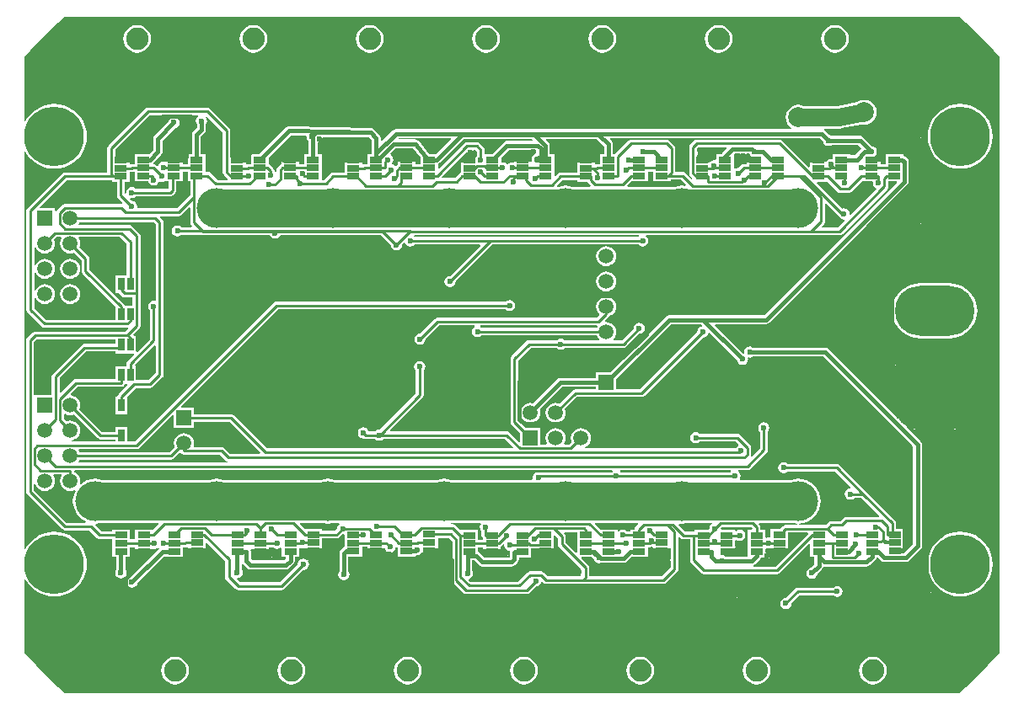
<source format=gbl>
G04 Layer_Physical_Order=2*
G04 Layer_Color=16711680*
%FSLAX25Y25*%
%MOIN*%
G70*
G01*
G75*
%ADD26C,0.01000*%
%ADD27C,0.07000*%
%ADD30C,0.01500*%
%ADD31C,0.15000*%
%ADD32C,0.08858*%
%ADD33C,0.05905*%
%ADD34R,0.05905X0.05905*%
%ADD35C,0.15748*%
%ADD36C,0.07874*%
%ADD37C,0.23622*%
%ADD38R,0.05905X0.05905*%
%ADD39O,0.31496X0.19685*%
%ADD40C,0.02362*%
%ADD41R,0.05000X0.02500*%
%ADD42R,0.02500X0.05000*%
G36*
X378858Y266931D02*
X384876Y260913D01*
X389667Y255802D01*
Y19993D01*
X384876Y14882D01*
X378858Y8864D01*
X373747Y4073D01*
X19828D01*
X14717Y8864D01*
X8699Y14882D01*
X3908Y19993D01*
Y48964D01*
X4408Y49105D01*
X5352Y47565D01*
X6661Y46031D01*
X8195Y44722D01*
X9914Y43668D01*
X11777Y42897D01*
X13738Y42426D01*
X15748Y42268D01*
X17758Y42426D01*
X19719Y42897D01*
X21582Y43668D01*
X23301Y44722D01*
X24835Y46031D01*
X26144Y47565D01*
X27198Y49284D01*
X27970Y51147D01*
X28440Y53108D01*
X28599Y55118D01*
X28440Y57129D01*
X27970Y59089D01*
X27198Y60952D01*
X26144Y62672D01*
X24835Y64205D01*
X23301Y65515D01*
X21582Y66568D01*
X19719Y67340D01*
X17758Y67811D01*
X15748Y67969D01*
X13738Y67811D01*
X11777Y67340D01*
X9914Y66568D01*
X8195Y65515D01*
X6661Y64205D01*
X5352Y62672D01*
X4408Y61132D01*
X3908Y61273D01*
Y195422D01*
Y218255D01*
X4408Y218396D01*
X5352Y216856D01*
X6661Y215323D01*
X8195Y214013D01*
X9914Y212959D01*
X11777Y212188D01*
X13738Y211717D01*
X15748Y211559D01*
X17758Y211717D01*
X19719Y212188D01*
X21582Y212959D01*
X23301Y214013D01*
X24835Y215323D01*
X26144Y216856D01*
X27198Y218575D01*
X27970Y220438D01*
X28440Y222399D01*
X28599Y224409D01*
X28440Y226420D01*
X27970Y228380D01*
X27198Y230243D01*
X26144Y231963D01*
X24835Y233496D01*
X23301Y234806D01*
X21582Y235859D01*
X19719Y236631D01*
X17758Y237102D01*
X15748Y237260D01*
X13738Y237102D01*
X11777Y236631D01*
X9914Y235859D01*
X8195Y234806D01*
X6661Y233496D01*
X5352Y231963D01*
X4408Y230423D01*
X3908Y230564D01*
Y255802D01*
X8699Y260913D01*
X14717Y266931D01*
X19828Y271722D01*
X373747D01*
X378858Y266931D01*
D02*
G37*
%LPC*%
G36*
X50600Y59700D02*
X48797D01*
Y59147D01*
X50600D01*
Y59700D01*
D02*
G37*
G36*
X53403D02*
X51600D01*
Y59147D01*
X53403D01*
Y59700D01*
D02*
G37*
G36*
X117363Y58427D02*
Y58077D01*
X117713D01*
X117573Y58287D01*
X117363Y58427D01*
D02*
G37*
G36*
X116363D02*
X116153Y58287D01*
X116013Y58077D01*
X116363D01*
Y58427D01*
D02*
G37*
G36*
X117713Y57077D02*
X117363D01*
Y56727D01*
X117573Y56868D01*
X117713Y57077D01*
D02*
G37*
G36*
X142500Y59800D02*
X140697D01*
Y59247D01*
X142500D01*
Y59800D01*
D02*
G37*
G36*
X117600Y59900D02*
X115797D01*
Y59347D01*
X117600D01*
Y59900D01*
D02*
G37*
G36*
X120403D02*
X118600D01*
Y59347D01*
X120403D01*
Y59900D01*
D02*
G37*
G36*
X74403D02*
X72600D01*
Y59347D01*
X74403D01*
Y59900D01*
D02*
G37*
G36*
X145303Y59800D02*
X143500D01*
Y59247D01*
X145303D01*
Y59800D01*
D02*
G37*
G36*
X71600Y59900D02*
X69797D01*
Y59347D01*
X71600D01*
Y59900D01*
D02*
G37*
G36*
X239850Y42500D02*
X239500D01*
Y42150D01*
X239710Y42290D01*
X239850Y42500D01*
D02*
G37*
G36*
X374016Y67969D02*
X372006Y67811D01*
X370045Y67340D01*
X368182Y66568D01*
X366462Y65515D01*
X364929Y64205D01*
X363619Y62672D01*
X362566Y60952D01*
X361794Y59089D01*
X361323Y57129D01*
X361165Y55118D01*
X361323Y53108D01*
X361794Y51147D01*
X362566Y49284D01*
X363619Y47565D01*
X364929Y46031D01*
X366462Y44722D01*
X368182Y43668D01*
X370045Y42897D01*
X372006Y42426D01*
X374016Y42268D01*
X376026Y42426D01*
X377987Y42897D01*
X379850Y43668D01*
X381569Y44722D01*
X383103Y46031D01*
X384412Y47565D01*
X385466Y49284D01*
X386238Y51147D01*
X386708Y53108D01*
X386866Y55118D01*
X386708Y57129D01*
X386238Y59089D01*
X385466Y60952D01*
X384412Y62672D01*
X383103Y64205D01*
X381569Y65515D01*
X379850Y66568D01*
X377987Y67340D01*
X376026Y67811D01*
X374016Y67969D01*
D02*
G37*
G36*
X238500Y42500D02*
X238150D01*
X238290Y42290D01*
X238500Y42150D01*
Y42500D01*
D02*
G37*
G36*
X285850Y42077D02*
X285500D01*
Y41728D01*
X285710Y41868D01*
X285850Y42077D01*
D02*
G37*
G36*
X325363Y46501D02*
X324512Y46332D01*
X323791Y45850D01*
X323762Y45807D01*
X309763D01*
X309178Y45690D01*
X308682Y45359D01*
X305114Y41791D01*
X305063Y41801D01*
X304212Y41632D01*
X303490Y41150D01*
X303008Y40428D01*
X302839Y39577D01*
X303008Y38726D01*
X303490Y38005D01*
X304212Y37523D01*
X305063Y37353D01*
X305914Y37523D01*
X306635Y38005D01*
X307118Y38726D01*
X307287Y39577D01*
X307277Y39628D01*
X310397Y42748D01*
X323762D01*
X323791Y42705D01*
X324512Y42223D01*
X325363Y42053D01*
X326214Y42223D01*
X326936Y42705D01*
X327417Y43426D01*
X327587Y44277D01*
X327417Y45128D01*
X326936Y45850D01*
X326214Y46332D01*
X325363Y46501D01*
D02*
G37*
G36*
X284500Y43427D02*
X284290Y43287D01*
X284150Y43077D01*
X284500D01*
Y43427D01*
D02*
G37*
G36*
X354502Y53639D02*
X353497Y53540D01*
X352049Y53101D01*
X350716Y52388D01*
X349547Y51429D01*
X348587Y50260D01*
X347874Y48926D01*
X347435Y47479D01*
X347337Y46474D01*
X354502D01*
Y53639D01*
D02*
G37*
G36*
X355502D02*
Y46474D01*
X362667D01*
X362568Y47479D01*
X362129Y48926D01*
X361416Y50260D01*
X360456Y51429D01*
X359287Y52388D01*
X357954Y53101D01*
X356507Y53540D01*
X355502Y53639D01*
D02*
G37*
G36*
X239500Y43850D02*
Y43500D01*
X239850D01*
X239710Y43710D01*
X239500Y43850D01*
D02*
G37*
G36*
X285500Y43427D02*
Y43077D01*
X285850D01*
X285710Y43287D01*
X285500Y43427D01*
D02*
G37*
G36*
X238500Y43850D02*
X238290Y43710D01*
X238150Y43500D01*
X238500D01*
Y43850D01*
D02*
G37*
G36*
X309713Y153377D02*
X309363D01*
Y153027D01*
X309573Y153168D01*
X309713Y153377D01*
D02*
G37*
G36*
X308363Y154727D02*
X308153Y154587D01*
X308013Y154377D01*
X308363D01*
Y154727D01*
D02*
G37*
G36*
Y153377D02*
X308013D01*
X308153Y153168D01*
X308363Y153027D01*
Y153377D01*
D02*
G37*
G36*
X333263Y145087D02*
X333053Y144947D01*
X332913Y144737D01*
X333263D01*
Y145087D01*
D02*
G37*
G36*
X334263D02*
Y144737D01*
X334613D01*
X334473Y144947D01*
X334263Y145087D01*
D02*
G37*
G36*
X309363Y154727D02*
Y154377D01*
X309713D01*
X309573Y154587D01*
X309363Y154727D01*
D02*
G37*
G36*
X374016Y237260D02*
X372006Y237102D01*
X370045Y236631D01*
X368182Y235859D01*
X366462Y234806D01*
X364929Y233496D01*
X363619Y231963D01*
X362566Y230243D01*
X361794Y228380D01*
X361323Y226420D01*
X361165Y224409D01*
X361323Y222399D01*
X361794Y220438D01*
X362566Y218575D01*
X363619Y216856D01*
X364929Y215323D01*
X366462Y214013D01*
X368182Y212959D01*
X370045Y212188D01*
X372006Y211717D01*
X374016Y211559D01*
X376026Y211717D01*
X377987Y212188D01*
X379850Y212959D01*
X381569Y214013D01*
X383103Y215323D01*
X384412Y216856D01*
X385466Y218575D01*
X386238Y220438D01*
X386708Y222399D01*
X386866Y224409D01*
X386708Y226420D01*
X386238Y228380D01*
X385466Y230243D01*
X384412Y231963D01*
X383103Y233496D01*
X381569Y234806D01*
X379850Y235859D01*
X377987Y236631D01*
X376026Y237102D01*
X374016Y237260D01*
D02*
G37*
G36*
X88476Y216053D02*
Y215500D01*
X90279D01*
Y216053D01*
X88476D01*
D02*
G37*
G36*
X351502Y199639D02*
Y192474D01*
X358667D01*
X358568Y193479D01*
X358129Y194926D01*
X357416Y196260D01*
X356456Y197429D01*
X355287Y198388D01*
X353954Y199101D01*
X352507Y199540D01*
X351502Y199639D01*
D02*
G37*
G36*
X350502Y191474D02*
X343337D01*
X343436Y190469D01*
X343875Y189022D01*
X344587Y187688D01*
X345547Y186519D01*
X346716Y185560D01*
X348049Y184847D01*
X349497Y184408D01*
X350502Y184309D01*
Y191474D01*
D02*
G37*
G36*
X358667D02*
X351502D01*
Y184309D01*
X352507Y184408D01*
X353954Y184847D01*
X355287Y185560D01*
X356456Y186519D01*
X357416Y187688D01*
X358129Y189022D01*
X358568Y190469D01*
X358667Y191474D01*
D02*
G37*
G36*
X369905Y127692D02*
X364500D01*
Y118500D01*
X379549D01*
X379412Y119891D01*
X378860Y121709D01*
X377964Y123385D01*
X376759Y124854D01*
X375290Y126059D01*
X373615Y126954D01*
X371796Y127506D01*
X369905Y127692D01*
D02*
G37*
G36*
X340502Y135474D02*
X333336D01*
X333436Y134469D01*
X333875Y133022D01*
X334587Y131688D01*
X335547Y130519D01*
X336716Y129560D01*
X338050Y128847D01*
X339497Y128408D01*
X340502Y128309D01*
Y135474D01*
D02*
G37*
G36*
X363500Y127692D02*
X358095D01*
X356204Y127506D01*
X354385Y126954D01*
X352710Y126059D01*
X351241Y124854D01*
X350036Y123385D01*
X349140Y121709D01*
X348588Y119891D01*
X348451Y118500D01*
X363500D01*
Y127692D01*
D02*
G37*
G36*
X166303Y60000D02*
X164500D01*
Y59447D01*
X166303D01*
Y60000D01*
D02*
G37*
G36*
X379549Y117500D02*
X364500D01*
Y108308D01*
X369905D01*
X371796Y108494D01*
X373615Y109046D01*
X375290Y109941D01*
X376759Y111146D01*
X377964Y112615D01*
X378860Y114291D01*
X379412Y116109D01*
X379549Y117500D01*
D02*
G37*
G36*
X348667Y135474D02*
X341502D01*
Y128309D01*
X342507Y128408D01*
X343954Y128847D01*
X345287Y129560D01*
X346456Y130519D01*
X347416Y131688D01*
X348129Y133022D01*
X348568Y134469D01*
X348667Y135474D01*
D02*
G37*
G36*
X334613Y143737D02*
X334263D01*
Y143387D01*
X334473Y143527D01*
X334613Y143737D01*
D02*
G37*
G36*
X369905Y166278D02*
X358095D01*
X356393Y166144D01*
X354734Y165745D01*
X353157Y165092D01*
X351702Y164200D01*
X350404Y163092D01*
X349296Y161794D01*
X348404Y160339D01*
X347751Y158762D01*
X347352Y157103D01*
X347218Y155402D01*
X347352Y153700D01*
X347751Y152041D01*
X348404Y150464D01*
X349296Y149009D01*
X350404Y147711D01*
X351702Y146603D01*
X353157Y145711D01*
X354734Y145058D01*
X356393Y144659D01*
X358095Y144526D01*
X369905D01*
X371607Y144659D01*
X373266Y145058D01*
X374843Y145711D01*
X376298Y146603D01*
X377596Y147711D01*
X378704Y149009D01*
X379596Y150464D01*
X380249Y152041D01*
X380648Y153700D01*
X380782Y155402D01*
X380648Y157103D01*
X380249Y158762D01*
X379596Y160339D01*
X378704Y161794D01*
X377596Y163092D01*
X376298Y164200D01*
X374843Y165092D01*
X373266Y165745D01*
X371607Y166144D01*
X369905Y166278D01*
D02*
G37*
G36*
X333263Y143737D02*
X332913D01*
X333053Y143527D01*
X333263Y143387D01*
Y143737D01*
D02*
G37*
G36*
X340502Y143639D02*
X339497Y143540D01*
X338050Y143101D01*
X336716Y142388D01*
X335547Y141429D01*
X334587Y140260D01*
X333875Y138926D01*
X333436Y137479D01*
X333336Y136474D01*
X340502D01*
Y143639D01*
D02*
G37*
G36*
X341502D02*
Y136474D01*
X348667D01*
X348568Y137479D01*
X348129Y138926D01*
X347416Y140260D01*
X346456Y141429D01*
X345287Y142388D01*
X343954Y143101D01*
X342507Y143540D01*
X341502Y143639D01*
D02*
G37*
G36*
X284500Y42077D02*
X284150D01*
X284290Y41868D01*
X284500Y41728D01*
Y42077D01*
D02*
G37*
G36*
X52703Y12500D02*
X49000D01*
Y8797D01*
X49605Y8877D01*
X50634Y9303D01*
X51518Y9982D01*
X52197Y10866D01*
X52623Y11895D01*
X52703Y12500D01*
D02*
G37*
G36*
X98703D02*
X95000D01*
Y8797D01*
X95605Y8877D01*
X96634Y9303D01*
X97518Y9982D01*
X98197Y10866D01*
X98623Y11895D01*
X98703Y12500D01*
D02*
G37*
G36*
X324000D02*
X320297D01*
X320377Y11895D01*
X320803Y10866D01*
X321481Y9982D01*
X322366Y9303D01*
X323395Y8877D01*
X324000Y8797D01*
Y12500D01*
D02*
G37*
G36*
X232000D02*
X228297D01*
X228377Y11895D01*
X228803Y10866D01*
X229482Y9982D01*
X230366Y9303D01*
X231395Y8877D01*
X232000Y8797D01*
Y12500D01*
D02*
G37*
G36*
X278000D02*
X274297D01*
X274377Y11895D01*
X274803Y10866D01*
X275482Y9982D01*
X276366Y9303D01*
X277395Y8877D01*
X278000Y8797D01*
Y12500D01*
D02*
G37*
G36*
X144703D02*
X141000D01*
Y8797D01*
X141605Y8877D01*
X142634Y9303D01*
X143518Y9982D01*
X144197Y10866D01*
X144623Y11895D01*
X144703Y12500D01*
D02*
G37*
G36*
X328703D02*
X325000D01*
Y8797D01*
X325605Y8877D01*
X326634Y9303D01*
X327519Y9982D01*
X328197Y10866D01*
X328623Y11895D01*
X328703Y12500D01*
D02*
G37*
G36*
X94000Y17203D02*
X93395Y17123D01*
X92366Y16697D01*
X91482Y16018D01*
X90803Y15134D01*
X90377Y14105D01*
X90297Y13500D01*
X94000D01*
Y17203D01*
D02*
G37*
G36*
X282703Y12500D02*
X279000D01*
Y8797D01*
X279605Y8877D01*
X280634Y9303D01*
X281519Y9982D01*
X282197Y10866D01*
X282623Y11895D01*
X282703Y12500D01*
D02*
G37*
G36*
X190703D02*
X187000D01*
Y8797D01*
X187605Y8877D01*
X188634Y9303D01*
X189518Y9982D01*
X190197Y10866D01*
X190623Y11895D01*
X190703Y12500D01*
D02*
G37*
G36*
X236703D02*
X233000D01*
Y8797D01*
X233605Y8877D01*
X234634Y9303D01*
X235519Y9982D01*
X236197Y10866D01*
X236623Y11895D01*
X236703Y12500D01*
D02*
G37*
G36*
X201500Y18476D02*
X200083Y18289D01*
X198762Y17742D01*
X197628Y16872D01*
X196758Y15738D01*
X196211Y14417D01*
X196024Y13000D01*
X196211Y11583D01*
X196758Y10262D01*
X197628Y9128D01*
X198762Y8258D01*
X200083Y7711D01*
X201500Y7524D01*
X202917Y7711D01*
X204238Y8258D01*
X205372Y9128D01*
X206242Y10262D01*
X206789Y11583D01*
X206976Y13000D01*
X206789Y14417D01*
X206242Y15738D01*
X205372Y16872D01*
X204238Y17742D01*
X202917Y18289D01*
X201500Y18476D01*
D02*
G37*
G36*
X247500D02*
X246083Y18289D01*
X244762Y17742D01*
X243628Y16872D01*
X242758Y15738D01*
X242211Y14417D01*
X242024Y13000D01*
X242211Y11583D01*
X242758Y10262D01*
X243628Y9128D01*
X244762Y8258D01*
X246083Y7711D01*
X247500Y7524D01*
X248917Y7711D01*
X250238Y8258D01*
X251372Y9128D01*
X252242Y10262D01*
X252789Y11583D01*
X252976Y13000D01*
X252789Y14417D01*
X252242Y15738D01*
X251372Y16872D01*
X250238Y17742D01*
X248917Y18289D01*
X247500Y18476D01*
D02*
G37*
G36*
X155500D02*
X154083Y18289D01*
X152762Y17742D01*
X151628Y16872D01*
X150758Y15738D01*
X150211Y14417D01*
X150024Y13000D01*
X150211Y11583D01*
X150758Y10262D01*
X151628Y9128D01*
X152762Y8258D01*
X154083Y7711D01*
X155500Y7524D01*
X156917Y7711D01*
X158238Y8258D01*
X159372Y9128D01*
X160242Y10262D01*
X160789Y11583D01*
X160976Y13000D01*
X160789Y14417D01*
X160242Y15738D01*
X159372Y16872D01*
X158238Y17742D01*
X156917Y18289D01*
X155500Y18476D01*
D02*
G37*
G36*
X63500D02*
X62083Y18289D01*
X60762Y17742D01*
X59628Y16872D01*
X58758Y15738D01*
X58211Y14417D01*
X58024Y13000D01*
X58211Y11583D01*
X58758Y10262D01*
X59628Y9128D01*
X60762Y8258D01*
X62083Y7711D01*
X63500Y7524D01*
X64917Y7711D01*
X66238Y8258D01*
X67372Y9128D01*
X68242Y10262D01*
X68789Y11583D01*
X68976Y13000D01*
X68789Y14417D01*
X68242Y15738D01*
X67372Y16872D01*
X66238Y17742D01*
X64917Y18289D01*
X63500Y18476D01*
D02*
G37*
G36*
X109500D02*
X108083Y18289D01*
X106762Y17742D01*
X105628Y16872D01*
X104758Y15738D01*
X104211Y14417D01*
X104024Y13000D01*
X104211Y11583D01*
X104758Y10262D01*
X105628Y9128D01*
X106762Y8258D01*
X108083Y7711D01*
X109500Y7524D01*
X110917Y7711D01*
X112238Y8258D01*
X113372Y9128D01*
X114242Y10262D01*
X114789Y11583D01*
X114976Y13000D01*
X114789Y14417D01*
X114242Y15738D01*
X113372Y16872D01*
X112238Y17742D01*
X110917Y18289D01*
X109500Y18476D01*
D02*
G37*
G36*
X293500D02*
X292083Y18289D01*
X290762Y17742D01*
X289628Y16872D01*
X288758Y15738D01*
X288211Y14417D01*
X288024Y13000D01*
X288211Y11583D01*
X288758Y10262D01*
X289628Y9128D01*
X290762Y8258D01*
X292083Y7711D01*
X293500Y7524D01*
X294917Y7711D01*
X296238Y8258D01*
X297372Y9128D01*
X298242Y10262D01*
X298789Y11583D01*
X298976Y13000D01*
X298789Y14417D01*
X298242Y15738D01*
X297372Y16872D01*
X296238Y17742D01*
X294917Y18289D01*
X293500Y18476D01*
D02*
G37*
G36*
X140000Y12500D02*
X136297D01*
X136377Y11895D01*
X136803Y10866D01*
X137481Y9982D01*
X138366Y9303D01*
X139395Y8877D01*
X140000Y8797D01*
Y12500D01*
D02*
G37*
G36*
X186000D02*
X182297D01*
X182377Y11895D01*
X182803Y10866D01*
X183482Y9982D01*
X184366Y9303D01*
X185395Y8877D01*
X186000Y8797D01*
Y12500D01*
D02*
G37*
G36*
X94000D02*
X90297D01*
X90377Y11895D01*
X90803Y10866D01*
X91482Y9982D01*
X92366Y9303D01*
X93395Y8877D01*
X94000Y8797D01*
Y12500D01*
D02*
G37*
G36*
X339500Y18476D02*
X338083Y18289D01*
X336762Y17742D01*
X335628Y16872D01*
X334758Y15738D01*
X334211Y14417D01*
X334024Y13000D01*
X334211Y11583D01*
X334758Y10262D01*
X335628Y9128D01*
X336762Y8258D01*
X338083Y7711D01*
X339500Y7524D01*
X340917Y7711D01*
X342238Y8258D01*
X343372Y9128D01*
X344242Y10262D01*
X344789Y11583D01*
X344976Y13000D01*
X344789Y14417D01*
X344242Y15738D01*
X343372Y16872D01*
X342238Y17742D01*
X340917Y18289D01*
X339500Y18476D01*
D02*
G37*
G36*
X48000Y12500D02*
X44297D01*
X44377Y11895D01*
X44803Y10866D01*
X45482Y9982D01*
X46366Y9303D01*
X47395Y8877D01*
X48000Y8797D01*
Y12500D01*
D02*
G37*
G36*
X140000Y17203D02*
X139395Y17123D01*
X138366Y16697D01*
X137481Y16018D01*
X136803Y15134D01*
X136377Y14105D01*
X136297Y13500D01*
X140000D01*
Y17203D01*
D02*
G37*
G36*
X288500Y29500D02*
X288150D01*
X288290Y29290D01*
X288500Y29150D01*
Y29500D01*
D02*
G37*
G36*
X289850D02*
X289500D01*
Y29150D01*
X289710Y29290D01*
X289850Y29500D01*
D02*
G37*
G36*
X103420Y29477D02*
X103070D01*
Y29128D01*
X103280Y29268D01*
X103420Y29477D01*
D02*
G37*
G36*
X233000Y17203D02*
Y13500D01*
X236703D01*
X236623Y14105D01*
X236197Y15134D01*
X235519Y16018D01*
X234634Y16697D01*
X233605Y17123D01*
X233000Y17203D01*
D02*
G37*
G36*
X102070Y29477D02*
X101720D01*
X101860Y29268D01*
X102070Y29128D01*
Y29477D01*
D02*
G37*
G36*
Y30827D02*
X101860Y30687D01*
X101720Y30477D01*
X102070D01*
Y30827D01*
D02*
G37*
G36*
X354502Y45474D02*
X347337D01*
X347435Y44469D01*
X347874Y43022D01*
X348587Y41688D01*
X349547Y40519D01*
X350716Y39560D01*
X352049Y38847D01*
X353497Y38408D01*
X354502Y38309D01*
Y45474D01*
D02*
G37*
G36*
X362667D02*
X355502D01*
Y38309D01*
X356507Y38408D01*
X357954Y38847D01*
X359287Y39560D01*
X360456Y40519D01*
X361416Y41688D01*
X362129Y43022D01*
X362568Y44469D01*
X362667Y45474D01*
D02*
G37*
G36*
X289500Y30850D02*
Y30500D01*
X289850D01*
X289710Y30710D01*
X289500Y30850D01*
D02*
G37*
G36*
X103070Y30827D02*
Y30477D01*
X103420D01*
X103280Y30687D01*
X103070Y30827D01*
D02*
G37*
G36*
X288500Y30850D02*
X288290Y30710D01*
X288150Y30500D01*
X288500D01*
Y30850D01*
D02*
G37*
G36*
X324000Y17203D02*
X323395Y17123D01*
X322366Y16697D01*
X321481Y16018D01*
X320803Y15134D01*
X320377Y14105D01*
X320297Y13500D01*
X324000D01*
Y17203D01*
D02*
G37*
G36*
X232000D02*
X231395Y17123D01*
X230366Y16697D01*
X229482Y16018D01*
X228803Y15134D01*
X228377Y14105D01*
X228297Y13500D01*
X232000D01*
Y17203D01*
D02*
G37*
G36*
X186000D02*
X185395Y17123D01*
X184366Y16697D01*
X183482Y16018D01*
X182803Y15134D01*
X182377Y14105D01*
X182297Y13500D01*
X186000D01*
Y17203D01*
D02*
G37*
G36*
X278000D02*
X277395Y17123D01*
X276366Y16697D01*
X275482Y16018D01*
X274803Y15134D01*
X274377Y14105D01*
X274297Y13500D01*
X278000D01*
Y17203D01*
D02*
G37*
G36*
X48000D02*
X47395Y17123D01*
X46366Y16697D01*
X45482Y16018D01*
X44803Y15134D01*
X44377Y14105D01*
X44297Y13500D01*
X48000D01*
Y17203D01*
D02*
G37*
G36*
X95000D02*
Y13500D01*
X98703D01*
X98623Y14105D01*
X98197Y15134D01*
X97518Y16018D01*
X96634Y16697D01*
X95605Y17123D01*
X95000Y17203D01*
D02*
G37*
G36*
X279000D02*
Y13500D01*
X282703D01*
X282623Y14105D01*
X282197Y15134D01*
X281519Y16018D01*
X280634Y16697D01*
X279605Y17123D01*
X279000Y17203D01*
D02*
G37*
G36*
X325000D02*
Y13500D01*
X328703D01*
X328623Y14105D01*
X328197Y15134D01*
X327519Y16018D01*
X326634Y16697D01*
X325605Y17123D01*
X325000Y17203D01*
D02*
G37*
G36*
X187000D02*
Y13500D01*
X190703D01*
X190623Y14105D01*
X190197Y15134D01*
X189518Y16018D01*
X188634Y16697D01*
X187605Y17123D01*
X187000Y17203D01*
D02*
G37*
G36*
X141000D02*
Y13500D01*
X144703D01*
X144623Y14105D01*
X144197Y15134D01*
X143518Y16018D01*
X142634Y16697D01*
X141605Y17123D01*
X141000Y17203D01*
D02*
G37*
G36*
X49000D02*
Y13500D01*
X52703D01*
X52623Y14105D01*
X52197Y15134D01*
X51518Y16018D01*
X50634Y16697D01*
X49605Y17123D01*
X49000Y17203D01*
D02*
G37*
G36*
X35500Y243850D02*
X35290Y243710D01*
X35150Y243500D01*
X35500D01*
Y243850D01*
D02*
G37*
G36*
X36500D02*
Y243500D01*
X36850D01*
X36710Y243710D01*
X36500Y243850D01*
D02*
G37*
G36*
X197063Y245477D02*
X196713D01*
X196853Y245268D01*
X197063Y245128D01*
Y245477D01*
D02*
G37*
G36*
X36850Y242500D02*
X36500D01*
Y242150D01*
X36710Y242290D01*
X36850Y242500D01*
D02*
G37*
G36*
X289063Y241327D02*
X288853Y241187D01*
X288713Y240977D01*
X289063D01*
Y241327D01*
D02*
G37*
G36*
X290063D02*
Y240977D01*
X290413D01*
X290273Y241187D01*
X290063Y241327D01*
D02*
G37*
G36*
X35500Y242500D02*
X35150D01*
X35290Y242290D01*
X35500Y242150D01*
Y242500D01*
D02*
G37*
G36*
X198413Y245477D02*
X198063D01*
Y245128D01*
X198273Y245268D01*
X198413Y245477D01*
D02*
G37*
G36*
X140500Y268476D02*
X139083Y268289D01*
X137762Y267742D01*
X136628Y266872D01*
X135758Y265738D01*
X135211Y264417D01*
X135024Y263000D01*
X135211Y261583D01*
X135758Y260262D01*
X136628Y259128D01*
X137762Y258258D01*
X139083Y257711D01*
X140500Y257524D01*
X141917Y257711D01*
X143238Y258258D01*
X144372Y259128D01*
X145242Y260262D01*
X145789Y261583D01*
X145976Y263000D01*
X145789Y264417D01*
X145242Y265738D01*
X144372Y266872D01*
X143238Y267742D01*
X141917Y268289D01*
X140500Y268476D01*
D02*
G37*
G36*
X186500D02*
X185083Y268289D01*
X183762Y267742D01*
X182628Y266872D01*
X181758Y265738D01*
X181211Y264417D01*
X181024Y263000D01*
X181211Y261583D01*
X181758Y260262D01*
X182628Y259128D01*
X183762Y258258D01*
X185083Y257711D01*
X186500Y257524D01*
X187917Y257711D01*
X189238Y258258D01*
X190372Y259128D01*
X191242Y260262D01*
X191789Y261583D01*
X191976Y263000D01*
X191789Y264417D01*
X191242Y265738D01*
X190372Y266872D01*
X189238Y267742D01*
X187917Y268289D01*
X186500Y268476D01*
D02*
G37*
G36*
X232500D02*
X231083Y268289D01*
X229762Y267742D01*
X228628Y266872D01*
X227758Y265738D01*
X227211Y264417D01*
X227024Y263000D01*
X227211Y261583D01*
X227758Y260262D01*
X228628Y259128D01*
X229762Y258258D01*
X231083Y257711D01*
X232500Y257524D01*
X233917Y257711D01*
X235238Y258258D01*
X236372Y259128D01*
X237242Y260262D01*
X237789Y261583D01*
X237976Y263000D01*
X237789Y264417D01*
X237242Y265738D01*
X236372Y266872D01*
X235238Y267742D01*
X233917Y268289D01*
X232500Y268476D01*
D02*
G37*
G36*
X94500D02*
X93083Y268289D01*
X91762Y267742D01*
X90628Y266872D01*
X89758Y265738D01*
X89211Y264417D01*
X89024Y263000D01*
X89211Y261583D01*
X89758Y260262D01*
X90628Y259128D01*
X91762Y258258D01*
X93083Y257711D01*
X94500Y257524D01*
X95917Y257711D01*
X97238Y258258D01*
X98372Y259128D01*
X99242Y260262D01*
X99789Y261583D01*
X99976Y263000D01*
X99789Y264417D01*
X99242Y265738D01*
X98372Y266872D01*
X97238Y267742D01*
X95917Y268289D01*
X94500Y268476D01*
D02*
G37*
G36*
X197063Y246827D02*
X196853Y246687D01*
X196713Y246477D01*
X197063D01*
Y246827D01*
D02*
G37*
G36*
X198063D02*
Y246477D01*
X198413D01*
X198273Y246687D01*
X198063Y246827D01*
D02*
G37*
G36*
X48500Y268476D02*
X47083Y268289D01*
X45762Y267742D01*
X44628Y266872D01*
X43758Y265738D01*
X43211Y264417D01*
X43024Y263000D01*
X43211Y261583D01*
X43758Y260262D01*
X44628Y259128D01*
X45762Y258258D01*
X47083Y257711D01*
X48500Y257524D01*
X49917Y257711D01*
X51238Y258258D01*
X52372Y259128D01*
X53242Y260262D01*
X53789Y261583D01*
X53976Y263000D01*
X53789Y264417D01*
X53242Y265738D01*
X52372Y266872D01*
X51238Y267742D01*
X49917Y268289D01*
X48500Y268476D01*
D02*
G37*
G36*
X336000Y238980D02*
X334711Y238810D01*
X333510Y238313D01*
X333190Y238067D01*
X325551Y236539D01*
X311943D01*
X311289Y236810D01*
X310000Y236980D01*
X308711Y236810D01*
X307510Y236313D01*
X306479Y235521D01*
X305687Y234490D01*
X305190Y233289D01*
X305020Y232000D01*
X305190Y230711D01*
X305687Y229510D01*
X306479Y228479D01*
X307328Y227827D01*
X307158Y227327D01*
X150829D01*
X150829Y227327D01*
X150146Y227191D01*
X149567Y226805D01*
X145309Y222547D01*
X144847Y222738D01*
Y223677D01*
X144711Y224360D01*
X144325Y224939D01*
X142025Y227239D01*
X141751Y227422D01*
X141481Y227610D01*
X141462Y227615D01*
X141446Y227626D01*
X141123Y227690D01*
X140802Y227761D01*
X108579Y228461D01*
X108560Y228458D01*
X108540Y228462D01*
X108217Y228397D01*
X107893Y228340D01*
X107877Y228329D01*
X107857Y228326D01*
X107584Y228143D01*
X107306Y227966D01*
X107295Y227950D01*
X107279Y227939D01*
X96790Y217450D01*
X93476D01*
Y213529D01*
X92563D01*
X91978Y213413D01*
X91976Y213412D01*
X91476Y213597D01*
Y214050D01*
X90279D01*
Y214500D01*
X87976D01*
Y215000D01*
X87476D01*
Y216053D01*
X85673D01*
X85392Y216437D01*
Y226577D01*
X85276Y227163D01*
X84944Y227659D01*
X77244Y235359D01*
X76748Y235690D01*
X76163Y235807D01*
X52763D01*
X52178Y235690D01*
X51682Y235359D01*
X37182Y220859D01*
X36850Y220362D01*
X36734Y219777D01*
Y210129D01*
X19863D01*
X19278Y210013D01*
X18781Y209681D01*
X5182Y196081D01*
X4850Y195585D01*
X4734Y195000D01*
Y155777D01*
X4850Y155192D01*
X5182Y154696D01*
X10682Y149196D01*
X11178Y148864D01*
X11763Y148748D01*
X44563D01*
X44813Y148798D01*
X45060Y148337D01*
X43929Y147207D01*
X8263D01*
X7678Y147090D01*
X7182Y146759D01*
X5082Y144659D01*
X4750Y144162D01*
X4634Y143577D01*
Y83837D01*
X4750Y83252D01*
X5082Y82756D01*
X18941Y68896D01*
X19437Y68564D01*
X20023Y68448D01*
X29730D01*
X32659Y65519D01*
X33155Y65187D01*
X33740Y65071D01*
X38600D01*
Y61150D01*
Y57950D01*
X40279D01*
Y52933D01*
X40008Y52528D01*
X39839Y51677D01*
X40008Y50826D01*
X40490Y50105D01*
X41212Y49623D01*
X42063Y49453D01*
X42914Y49623D01*
X43635Y50105D01*
X44118Y50826D01*
X44287Y51677D01*
X44118Y52528D01*
X43847Y52933D01*
Y57950D01*
X45600D01*
Y61871D01*
X47600D01*
Y61150D01*
X48797D01*
Y60700D01*
X51100D01*
X53403D01*
Y61150D01*
X54600D01*
Y61150D01*
X54767Y61287D01*
X55323Y61176D01*
X56174Y61345D01*
X56647Y61662D01*
X57152Y61431D01*
X57177Y61347D01*
X57177Y61337D01*
X46046Y50207D01*
X45569Y50112D01*
X44848Y49630D01*
X44365Y48908D01*
X44196Y48057D01*
X44365Y47206D01*
X44848Y46485D01*
X45569Y46002D01*
X46420Y45833D01*
X47271Y46002D01*
X47993Y46485D01*
X48474Y47206D01*
X48570Y47683D01*
X59100Y58214D01*
X59600Y58007D01*
Y57950D01*
X66600D01*
Y61871D01*
X67463D01*
X68048Y61987D01*
X68100Y62022D01*
X68600Y61878D01*
Y61350D01*
X69797D01*
Y60900D01*
X72100D01*
X74403D01*
Y61350D01*
X75600D01*
Y63447D01*
X76062Y63638D01*
X83234Y56467D01*
Y50077D01*
X83350Y49492D01*
X83682Y48996D01*
X87382Y45296D01*
X87878Y44964D01*
X88463Y44848D01*
X105563D01*
X106148Y44964D01*
X106644Y45296D01*
X114212Y52864D01*
X114263Y52853D01*
X115114Y53023D01*
X115835Y53505D01*
X116318Y54226D01*
X116487Y55077D01*
X116318Y55928D01*
X116042Y56341D01*
X116363Y56662D01*
Y57077D01*
X115848D01*
X115586Y56816D01*
X115114Y57132D01*
X114263Y57301D01*
X113412Y57132D01*
X112690Y56650D01*
X112208Y55928D01*
X112039Y55077D01*
X112049Y55026D01*
X104929Y47907D01*
X89096D01*
X87885Y49118D01*
X88141Y49569D01*
X88914Y49723D01*
X89635Y50205D01*
X90118Y50926D01*
X90287Y51777D01*
X90118Y52628D01*
X89847Y53033D01*
Y55145D01*
X90347Y55296D01*
X90401Y55216D01*
X92101Y53515D01*
X92101Y53515D01*
X92680Y53129D01*
X93363Y52993D01*
X107400D01*
X108083Y53129D01*
X108662Y53515D01*
X110362Y55216D01*
X110362Y55216D01*
X110749Y55794D01*
X110884Y56477D01*
Y57950D01*
X112600D01*
Y61330D01*
X113100Y61598D01*
X113212Y61523D01*
X114063Y61353D01*
X114492Y61439D01*
X114600Y61350D01*
Y61350D01*
X115797D01*
Y60900D01*
X118100D01*
X120403D01*
Y61350D01*
X121600D01*
Y65271D01*
X127386D01*
X127971Y65387D01*
X128467Y65719D01*
X129712Y66963D01*
X129763Y66953D01*
X130113Y67023D01*
X130500Y66706D01*
Y61929D01*
X129950Y61562D01*
X129001Y60613D01*
X128614Y60034D01*
X128479Y59351D01*
Y52255D01*
X128208Y51851D01*
X128039Y51000D01*
X128208Y50149D01*
X128691Y49428D01*
X129412Y48945D01*
X130263Y48776D01*
X131114Y48945D01*
X131835Y49428D01*
X132318Y50149D01*
X132487Y51000D01*
X132318Y51851D01*
X132047Y52255D01*
Y58050D01*
X137500D01*
Y61971D01*
X139500D01*
Y61250D01*
X140697D01*
Y60800D01*
X143000D01*
X145303D01*
Y61250D01*
X146468D01*
X146508Y61049D01*
X146991Y60328D01*
X147712Y59846D01*
X148563Y59676D01*
X149414Y59846D01*
X150136Y60328D01*
X150618Y61049D01*
X150742Y61676D01*
X151220Y61940D01*
X151267Y61944D01*
X151500Y61817D01*
Y58050D01*
X158500D01*
Y58516D01*
X158586D01*
X159269Y58652D01*
X159317Y58684D01*
X160014Y58823D01*
X160735Y59305D01*
X161197Y59995D01*
X161233Y60000D01*
X161697Y59732D01*
Y59447D01*
X163500D01*
Y60500D01*
X164000D01*
Y61000D01*
X166303D01*
Y61450D01*
X167500D01*
Y65371D01*
X171908D01*
X173135Y64144D01*
Y48733D01*
X173251Y48147D01*
X173583Y47651D01*
X177439Y43796D01*
X177935Y43464D01*
X178520Y43348D01*
X202563D01*
X203148Y43464D01*
X203644Y43796D01*
X206112Y46264D01*
X206163Y46253D01*
X207014Y46423D01*
X207735Y46905D01*
X208218Y47626D01*
X208272Y47899D01*
X208814Y48063D01*
X209182Y47696D01*
X209678Y47364D01*
X210263Y47248D01*
X256663D01*
X257248Y47364D01*
X257744Y47696D01*
X262144Y52096D01*
X262476Y52592D01*
X262592Y53177D01*
Y65754D01*
X263054Y65946D01*
X263582Y65419D01*
X264078Y65087D01*
X264663Y64971D01*
X267134D01*
Y56677D01*
X267250Y56092D01*
X267582Y55596D01*
X271582Y51596D01*
X272078Y51264D01*
X272663Y51148D01*
X301563D01*
X302148Y51264D01*
X302644Y51596D01*
X314138Y63089D01*
X314600Y62898D01*
Y57950D01*
X316316D01*
Y55053D01*
X314989Y53727D01*
X314512Y53632D01*
X313790Y53150D01*
X313308Y52428D01*
X313139Y51577D01*
X313308Y50726D01*
X313790Y50005D01*
X314512Y49523D01*
X315363Y49353D01*
X316214Y49523D01*
X316935Y50005D01*
X317418Y50726D01*
X317512Y51203D01*
X319362Y53053D01*
X319362Y53053D01*
X319748Y53631D01*
X319808Y53931D01*
X320200Y54193D01*
X320200Y54193D01*
X337063D01*
X337746Y54329D01*
X338325Y54716D01*
X340425Y56815D01*
X340811Y57394D01*
X340879Y57734D01*
X341408Y57831D01*
X342824Y56415D01*
X343403Y56029D01*
X344086Y55893D01*
X344086Y55893D01*
X352563D01*
X353246Y56029D01*
X353825Y56415D01*
X358425Y61015D01*
X358425Y61015D01*
X358811Y61594D01*
X358947Y62277D01*
Y102477D01*
X358947Y102477D01*
X358811Y103160D01*
X358425Y103739D01*
X358425Y103739D01*
X352881Y109283D01*
X353182Y109689D01*
X354385Y109046D01*
X356204Y108494D01*
X358095Y108308D01*
X363500D01*
Y117500D01*
X348451D01*
X348588Y116109D01*
X349140Y114291D01*
X349783Y113087D01*
X349377Y112786D01*
X321825Y140339D01*
X321246Y140726D01*
X320563Y140861D01*
X292019D01*
X291614Y141132D01*
X290763Y141301D01*
X289912Y141132D01*
X289191Y140650D01*
X288708Y139928D01*
X288539Y139077D01*
X288600Y138770D01*
X288139Y138524D01*
X277033Y149631D01*
X277224Y150093D01*
X297363D01*
X298046Y150229D01*
X298625Y150616D01*
X343735Y195726D01*
X344141Y195425D01*
X343875Y194926D01*
X343436Y193479D01*
X343337Y192474D01*
X350502D01*
Y199639D01*
X349497Y199540D01*
X348049Y199101D01*
X347551Y198835D01*
X347250Y199241D01*
X353225Y205216D01*
X353611Y205794D01*
X353747Y206477D01*
Y214300D01*
X353611Y214983D01*
X353225Y215562D01*
X353225Y215562D01*
X352325Y216462D01*
X351746Y216848D01*
X351524Y216893D01*
Y217450D01*
X344524D01*
Y213529D01*
X342524D01*
Y214250D01*
X341327D01*
Y214700D01*
X339024D01*
Y215700D01*
X341327D01*
Y216253D01*
X340510D01*
X340358Y216753D01*
X340436Y216805D01*
X340917Y217526D01*
X341087Y218377D01*
X340917Y219228D01*
X340436Y219950D01*
X339714Y220432D01*
X339237Y220527D01*
X335725Y224039D01*
X335146Y224426D01*
X334463Y224562D01*
X323218D01*
X322814Y224832D01*
X322337Y224927D01*
X320459Y226805D01*
X320225Y226961D01*
X320376Y227461D01*
X326000D01*
X326444Y227520D01*
X326890Y227549D01*
X334942Y229160D01*
X336000Y229020D01*
X337289Y229190D01*
X338490Y229688D01*
X339521Y230479D01*
X340313Y231510D01*
X340810Y232711D01*
X340980Y234000D01*
X340810Y235289D01*
X340313Y236490D01*
X339521Y237521D01*
X338490Y238313D01*
X337289Y238810D01*
X336000Y238980D01*
D02*
G37*
G36*
X242976Y237164D02*
X242626D01*
X242766Y236955D01*
X242976Y236815D01*
Y237164D01*
D02*
G37*
G36*
X244326D02*
X243976D01*
Y236815D01*
X244186Y236955D01*
X244326Y237164D01*
D02*
G37*
G36*
X351502Y233639D02*
Y226474D01*
X358667D01*
X358568Y227479D01*
X358129Y228926D01*
X357416Y230260D01*
X356456Y231429D01*
X355287Y232388D01*
X353954Y233101D01*
X352507Y233540D01*
X351502Y233639D01*
D02*
G37*
G36*
X358667Y225474D02*
X351502D01*
Y218309D01*
X352507Y218408D01*
X353954Y218847D01*
X355287Y219560D01*
X356456Y220519D01*
X357416Y221688D01*
X358129Y223022D01*
X358568Y224469D01*
X358667Y225474D01*
D02*
G37*
G36*
X350502D02*
X343337D01*
X343436Y224469D01*
X343875Y223022D01*
X344587Y221688D01*
X345547Y220519D01*
X346716Y219560D01*
X348049Y218847D01*
X349497Y218408D01*
X350502Y218309D01*
Y225474D01*
D02*
G37*
G36*
Y233639D02*
X349497Y233540D01*
X348049Y233101D01*
X346716Y232388D01*
X345547Y231429D01*
X344587Y230260D01*
X343875Y228926D01*
X343436Y227479D01*
X343337Y226474D01*
X350502D01*
Y233639D01*
D02*
G37*
G36*
X104976Y238277D02*
X104626D01*
X104766Y238068D01*
X104976Y237928D01*
Y238277D01*
D02*
G37*
G36*
X105976Y239627D02*
Y239277D01*
X106326D01*
X106186Y239487D01*
X105976Y239627D01*
D02*
G37*
G36*
X289063Y239977D02*
X288713D01*
X288853Y239768D01*
X289063Y239628D01*
Y239977D01*
D02*
G37*
G36*
X290413D02*
X290063D01*
Y239628D01*
X290273Y239768D01*
X290413Y239977D01*
D02*
G37*
G36*
X104976Y239627D02*
X104766Y239487D01*
X104626Y239277D01*
X104976D01*
Y239627D01*
D02*
G37*
G36*
X106326Y238277D02*
X105976D01*
Y237928D01*
X106186Y238068D01*
X106326Y238277D01*
D02*
G37*
G36*
X242976Y238514D02*
X242766Y238374D01*
X242626Y238164D01*
X242976D01*
Y238514D01*
D02*
G37*
G36*
X243976D02*
Y238164D01*
X244326D01*
X244186Y238374D01*
X243976Y238514D01*
D02*
G37*
G36*
X110000Y267203D02*
Y263500D01*
X113703D01*
X113623Y264105D01*
X113197Y265134D01*
X112519Y266019D01*
X111634Y266697D01*
X110605Y267123D01*
X110000Y267203D01*
D02*
G37*
G36*
X155000D02*
X154395Y267123D01*
X153366Y266697D01*
X152481Y266019D01*
X151803Y265134D01*
X151377Y264105D01*
X151297Y263500D01*
X155000D01*
Y267203D01*
D02*
G37*
G36*
X156000D02*
Y263500D01*
X159703D01*
X159623Y264105D01*
X159197Y265134D01*
X158519Y266019D01*
X157634Y266697D01*
X156605Y267123D01*
X156000Y267203D01*
D02*
G37*
G36*
X109000D02*
X108395Y267123D01*
X107366Y266697D01*
X106482Y266019D01*
X105803Y265134D01*
X105377Y264105D01*
X105297Y263500D01*
X109000D01*
Y267203D01*
D02*
G37*
G36*
X343703Y262500D02*
X340000D01*
Y258797D01*
X340605Y258877D01*
X341634Y259303D01*
X342518Y259981D01*
X343197Y260866D01*
X343623Y261895D01*
X343703Y262500D01*
D02*
G37*
G36*
X63000Y267203D02*
X62395Y267123D01*
X61366Y266697D01*
X60482Y266019D01*
X59803Y265134D01*
X59377Y264105D01*
X59297Y263500D01*
X63000D01*
Y267203D01*
D02*
G37*
G36*
X64000D02*
Y263500D01*
X67703D01*
X67623Y264105D01*
X67197Y265134D01*
X66518Y266019D01*
X65634Y266697D01*
X64605Y267123D01*
X64000Y267203D01*
D02*
G37*
G36*
X201000D02*
X200395Y267123D01*
X199366Y266697D01*
X198482Y266019D01*
X197803Y265134D01*
X197377Y264105D01*
X197297Y263500D01*
X201000D01*
Y267203D01*
D02*
G37*
G36*
X294000D02*
Y263500D01*
X297703D01*
X297623Y264105D01*
X297197Y265134D01*
X296518Y266019D01*
X295634Y266697D01*
X294605Y267123D01*
X294000Y267203D01*
D02*
G37*
G36*
X339000D02*
X338395Y267123D01*
X337366Y266697D01*
X336481Y266019D01*
X335803Y265134D01*
X335377Y264105D01*
X335297Y263500D01*
X339000D01*
Y267203D01*
D02*
G37*
G36*
X340000D02*
Y263500D01*
X343703D01*
X343623Y264105D01*
X343197Y265134D01*
X342518Y266019D01*
X341634Y266697D01*
X340605Y267123D01*
X340000Y267203D01*
D02*
G37*
G36*
X293000D02*
X292395Y267123D01*
X291366Y266697D01*
X290481Y266019D01*
X289803Y265134D01*
X289377Y264105D01*
X289297Y263500D01*
X293000D01*
Y267203D01*
D02*
G37*
G36*
X202000D02*
Y263500D01*
X205703D01*
X205623Y264105D01*
X205197Y265134D01*
X204519Y266019D01*
X203634Y266697D01*
X202605Y267123D01*
X202000Y267203D01*
D02*
G37*
G36*
X247000D02*
X246395Y267123D01*
X245366Y266697D01*
X244481Y266019D01*
X243803Y265134D01*
X243377Y264105D01*
X243297Y263500D01*
X247000D01*
Y267203D01*
D02*
G37*
G36*
X248000D02*
Y263500D01*
X251703D01*
X251623Y264105D01*
X251197Y265134D01*
X250518Y266019D01*
X249634Y266697D01*
X248605Y267123D01*
X248000Y267203D01*
D02*
G37*
G36*
X109000Y262500D02*
X105297D01*
X105377Y261895D01*
X105803Y260866D01*
X106482Y259981D01*
X107366Y259303D01*
X108395Y258877D01*
X109000Y258797D01*
Y262500D01*
D02*
G37*
G36*
X113703D02*
X110000D01*
Y258797D01*
X110605Y258877D01*
X111634Y259303D01*
X112519Y259981D01*
X113197Y260866D01*
X113623Y261895D01*
X113703Y262500D01*
D02*
G37*
G36*
X155000D02*
X151297D01*
X151377Y261895D01*
X151803Y260866D01*
X152481Y259981D01*
X153366Y259303D01*
X154395Y258877D01*
X155000Y258797D01*
Y262500D01*
D02*
G37*
G36*
X67703D02*
X64000D01*
Y258797D01*
X64605Y258877D01*
X65634Y259303D01*
X66518Y259981D01*
X67197Y260866D01*
X67623Y261895D01*
X67703Y262500D01*
D02*
G37*
G36*
X324500Y268476D02*
X323083Y268289D01*
X321762Y267742D01*
X320628Y266872D01*
X319758Y265738D01*
X319211Y264417D01*
X319024Y263000D01*
X319211Y261583D01*
X319758Y260262D01*
X320628Y259128D01*
X321762Y258258D01*
X323083Y257711D01*
X324500Y257524D01*
X325917Y257711D01*
X327238Y258258D01*
X328372Y259128D01*
X329242Y260262D01*
X329789Y261583D01*
X329976Y263000D01*
X329789Y264417D01*
X329242Y265738D01*
X328372Y266872D01*
X327238Y267742D01*
X325917Y268289D01*
X324500Y268476D01*
D02*
G37*
G36*
X278500D02*
X277083Y268289D01*
X275762Y267742D01*
X274628Y266872D01*
X273758Y265738D01*
X273211Y264417D01*
X273024Y263000D01*
X273211Y261583D01*
X273758Y260262D01*
X274628Y259128D01*
X275762Y258258D01*
X277083Y257711D01*
X278500Y257524D01*
X279917Y257711D01*
X281238Y258258D01*
X282372Y259128D01*
X283242Y260262D01*
X283789Y261583D01*
X283976Y263000D01*
X283789Y264417D01*
X283242Y265738D01*
X282372Y266872D01*
X281238Y267742D01*
X279917Y268289D01*
X278500Y268476D01*
D02*
G37*
G36*
X63000Y262500D02*
X59297D01*
X59377Y261895D01*
X59803Y260866D01*
X60482Y259981D01*
X61366Y259303D01*
X62395Y258877D01*
X63000Y258797D01*
Y262500D01*
D02*
G37*
G36*
X159703D02*
X156000D01*
Y258797D01*
X156605Y258877D01*
X157634Y259303D01*
X158519Y259981D01*
X159197Y260866D01*
X159623Y261895D01*
X159703Y262500D01*
D02*
G37*
G36*
X297703D02*
X294000D01*
Y258797D01*
X294605Y258877D01*
X295634Y259303D01*
X296518Y259981D01*
X297197Y260866D01*
X297623Y261895D01*
X297703Y262500D01*
D02*
G37*
G36*
X293000D02*
X289297D01*
X289377Y261895D01*
X289803Y260866D01*
X290481Y259981D01*
X291366Y259303D01*
X292395Y258877D01*
X293000Y258797D01*
Y262500D01*
D02*
G37*
G36*
X339000D02*
X335297D01*
X335377Y261895D01*
X335803Y260866D01*
X336481Y259981D01*
X337366Y259303D01*
X338395Y258877D01*
X339000Y258797D01*
Y262500D01*
D02*
G37*
G36*
X251703D02*
X248000D01*
Y258797D01*
X248605Y258877D01*
X249634Y259303D01*
X250518Y259981D01*
X251197Y260866D01*
X251623Y261895D01*
X251703Y262500D01*
D02*
G37*
G36*
X201000D02*
X197297D01*
X197377Y261895D01*
X197803Y260866D01*
X198482Y259981D01*
X199366Y259303D01*
X200395Y258877D01*
X201000Y258797D01*
Y262500D01*
D02*
G37*
G36*
X205703D02*
X202000D01*
Y258797D01*
X202605Y258877D01*
X203634Y259303D01*
X204519Y259981D01*
X205197Y260866D01*
X205623Y261895D01*
X205703Y262500D01*
D02*
G37*
G36*
X247000D02*
X243297D01*
X243377Y261895D01*
X243803Y260866D01*
X244481Y259981D01*
X245366Y259303D01*
X246395Y258877D01*
X247000Y258797D01*
Y262500D01*
D02*
G37*
%LPD*%
G36*
X18432Y90578D02*
X18651Y90128D01*
X18547Y89993D01*
X18149Y89032D01*
X18013Y88000D01*
X18149Y86968D01*
X18547Y86007D01*
X19181Y85181D01*
X20007Y84547D01*
X20968Y84149D01*
X22000Y84013D01*
X23032Y84149D01*
X23747Y84445D01*
X24103Y84052D01*
X23762Y83412D01*
X23254Y81740D01*
X23083Y80000D01*
X23254Y78260D01*
X23762Y76588D01*
X24586Y75046D01*
X25695Y73695D01*
X27046Y72586D01*
X28130Y72007D01*
X28004Y71507D01*
X20656D01*
X7692Y84470D01*
Y86764D01*
X8192Y86863D01*
X8547Y86007D01*
X9181Y85181D01*
X10007Y84547D01*
X10968Y84149D01*
X12000Y84013D01*
X13032Y84149D01*
X13993Y84547D01*
X14819Y85181D01*
X15453Y86007D01*
X15851Y86968D01*
X15987Y88000D01*
X15851Y89032D01*
X15453Y89993D01*
X15329Y90155D01*
X15552Y90602D01*
X18432Y90578D01*
D02*
G37*
G36*
X128504Y70959D02*
X128191Y70750D01*
X127708Y70028D01*
X127539Y69177D01*
X127549Y69126D01*
X126752Y68329D01*
X121600D01*
Y69050D01*
X114830D01*
X112883Y70997D01*
X113075Y71459D01*
X121586D01*
X122260Y71254D01*
X124000Y71083D01*
X125740Y71254D01*
X126414Y71459D01*
X128352D01*
X128504Y70959D01*
D02*
G37*
G36*
X276006D02*
X275428Y70573D01*
X274945Y69851D01*
X274776Y69000D01*
X274364Y68750D01*
X269000D01*
Y68029D01*
X265297D01*
X262608Y70718D01*
X262835Y71198D01*
X264000Y71083D01*
X265740Y71254D01*
X266414Y71459D01*
X275854D01*
X276006Y70959D01*
D02*
G37*
G36*
X63047Y114045D02*
Y109047D01*
X70953D01*
Y111471D01*
X85007D01*
X97198Y99280D01*
X97006Y98818D01*
X85285D01*
X83044Y101059D01*
X82548Y101390D01*
X81963Y101507D01*
X71110D01*
X70873Y101862D01*
X70856Y102007D01*
X70987Y103000D01*
X70851Y104032D01*
X70453Y104993D01*
X69819Y105819D01*
X68993Y106453D01*
X68032Y106851D01*
X67000Y106987D01*
X65968Y106851D01*
X65007Y106453D01*
X64181Y105819D01*
X63547Y104993D01*
X63149Y104032D01*
X63013Y103000D01*
X63149Y101968D01*
X63341Y101504D01*
X61366Y99529D01*
X25645D01*
X25453Y99993D01*
X25371Y100099D01*
X25593Y100548D01*
X48263D01*
X48848Y100664D01*
X49344Y100996D01*
X62585Y114237D01*
X63047Y114045D01*
D02*
G37*
G36*
X20007Y114547D02*
X20968Y114149D01*
X22000Y114013D01*
X23032Y114149D01*
X23496Y114341D01*
X32941Y104896D01*
X33437Y104564D01*
X34023Y104448D01*
X39978D01*
Y103607D01*
X22743D01*
X22710Y104107D01*
X23032Y104149D01*
X23993Y104547D01*
X24819Y105181D01*
X25453Y106007D01*
X25851Y106968D01*
X25987Y108000D01*
X25851Y109032D01*
X25453Y109993D01*
X24819Y110819D01*
X23993Y111453D01*
X23032Y111851D01*
X22000Y111987D01*
X20968Y111851D01*
X20504Y111659D01*
X19478Y112685D01*
Y114388D01*
X19927Y114609D01*
X20007Y114547D01*
D02*
G37*
G36*
X65857Y98987D02*
X65919Y98896D01*
X66415Y98564D01*
X67000Y98448D01*
X81330D01*
X83570Y96207D01*
X84066Y95875D01*
X84413Y95807D01*
X84363Y95307D01*
X25481D01*
X25260Y95755D01*
X25453Y96007D01*
X25645Y96471D01*
X62000D01*
X62585Y96587D01*
X63081Y96919D01*
X65235Y99072D01*
X65857Y98987D01*
D02*
G37*
G36*
X236468Y91748D02*
X236272Y91529D01*
X207786D01*
X207655Y91503D01*
X207163Y91601D01*
X206312Y91432D01*
X205591Y90950D01*
X205108Y90228D01*
X204939Y89377D01*
X205029Y88928D01*
X204711Y88541D01*
X172414D01*
X171740Y88746D01*
X170000Y88917D01*
X168260Y88746D01*
X167586Y88541D01*
X126414D01*
X125740Y88746D01*
X124000Y88917D01*
X122260Y88746D01*
X121586Y88541D01*
X82414D01*
X81740Y88746D01*
X80000Y88917D01*
X78260Y88746D01*
X77586Y88541D01*
X34414D01*
X33740Y88746D01*
X32000Y88917D01*
X30260Y88746D01*
X28588Y88238D01*
X27046Y87414D01*
X26313Y86813D01*
X26182Y86857D01*
X25868Y87094D01*
X25987Y88000D01*
X25851Y89032D01*
X25453Y89993D01*
X24819Y90819D01*
X23993Y91453D01*
X23626Y91605D01*
X23601Y91776D01*
X24007Y92248D01*
X236246D01*
X236468Y91748D01*
D02*
G37*
G36*
X283362D02*
X283165Y91529D01*
X239728D01*
X239532Y91748D01*
X239754Y92248D01*
X283139D01*
X283362Y91748D01*
D02*
G37*
G36*
X246720Y70997D02*
X245682Y69959D01*
X245350Y69463D01*
X245234Y68877D01*
Y68850D01*
X243500D01*
Y68129D01*
X242164D01*
X242136Y68173D01*
X241414Y68655D01*
X240563Y68824D01*
X239712Y68655D01*
X238990Y68173D01*
X238500Y68338D01*
Y68850D01*
X231703D01*
X229556Y70997D01*
X229748Y71459D01*
X246529D01*
X246720Y70997D01*
D02*
G37*
G36*
X102193Y61827D02*
X102914Y61345D01*
X103765Y61176D01*
X104616Y61345D01*
X105100Y61669D01*
X105600Y61401D01*
Y57950D01*
X107316D01*
Y57216D01*
X106661Y56561D01*
X94102D01*
X93447Y57216D01*
Y60200D01*
X93336Y60759D01*
X93633Y61088D01*
X93729Y61150D01*
X94797D01*
Y60700D01*
X97100D01*
X99403D01*
Y61150D01*
X100600D01*
Y61871D01*
X102164D01*
X102193Y61827D01*
D02*
G37*
G36*
X214934Y65444D02*
Y62977D01*
X215050Y62392D01*
X215382Y61896D01*
X223767Y53510D01*
X223521Y53049D01*
X223363Y53081D01*
X222979Y53004D01*
X222653Y52787D01*
X222513Y52577D01*
X223363D01*
Y52077D01*
X223863D01*
Y51002D01*
X224046Y50879D01*
X224106Y50828D01*
X224111Y50773D01*
X223680Y50307D01*
X210896D01*
X209344Y51859D01*
X208848Y52190D01*
X208263Y52307D01*
X203860D01*
X203275Y52190D01*
X202779Y51859D01*
X199027Y48107D01*
X180396D01*
X179675Y48828D01*
X179820Y49307D01*
X180014Y49345D01*
X180736Y49828D01*
X181218Y50549D01*
X181387Y51400D01*
X181218Y52251D01*
X180947Y52656D01*
Y56644D01*
X181772D01*
X183708Y54709D01*
X184287Y54322D01*
X184970Y54186D01*
X184970Y54186D01*
X196663D01*
X197346Y54322D01*
X197925Y54709D01*
X198954Y55738D01*
X198954Y55738D01*
X199341Y56317D01*
X199477Y57000D01*
Y57850D01*
X204400D01*
Y61248D01*
X207597D01*
Y60800D01*
X209900D01*
X212203D01*
Y61250D01*
X213400D01*
Y66324D01*
X213862Y66515D01*
X214934Y65444D01*
D02*
G37*
G36*
X193766Y62733D02*
X193739Y62598D01*
X193908Y61747D01*
X194390Y61025D01*
X195112Y60543D01*
X195585Y60449D01*
X195963Y60374D01*
X195948Y59906D01*
X195908Y59707D01*
Y57755D01*
X194463D01*
X194414Y58255D01*
X194682Y58308D01*
X195008Y58526D01*
X195148Y58735D01*
X193449D01*
X193589Y58526D01*
X193914Y58308D01*
X194183Y58255D01*
X194133Y57755D01*
X185709D01*
X183773Y59690D01*
X183400Y59940D01*
Y61771D01*
X185400D01*
Y61050D01*
X186597D01*
Y60600D01*
X188900D01*
X191203D01*
Y61050D01*
X192400D01*
Y62122D01*
X192544Y62219D01*
X193305Y62979D01*
X193766Y62733D01*
D02*
G37*
G36*
X252500Y61878D02*
Y61350D01*
X253697D01*
Y60900D01*
X256000D01*
X258303D01*
Y61350D01*
X259500D01*
X259534Y60864D01*
Y58881D01*
X259163Y58670D01*
Y57677D01*
Y56684D01*
X259534Y56474D01*
Y53811D01*
X256030Y50307D01*
X227292D01*
Y53677D01*
X227176Y54263D01*
X226844Y54759D01*
X224115Y57488D01*
X224306Y57950D01*
X228390D01*
X229036Y57303D01*
X229131Y56826D01*
X229613Y56105D01*
X230335Y55623D01*
X231186Y55453D01*
X232037Y55623D01*
X232142Y55693D01*
X240840D01*
X241523Y55829D01*
X242102Y56216D01*
X243836Y57950D01*
X250500D01*
Y61871D01*
X251363D01*
X251948Y61987D01*
X252000Y62022D01*
X252500Y61878D01*
D02*
G37*
G36*
X222500Y64350D02*
Y59756D01*
X222038Y59565D01*
X217992Y63611D01*
Y66077D01*
X217876Y66663D01*
X217544Y67159D01*
X217317Y67386D01*
X217509Y67848D01*
X222500D01*
Y64350D01*
D02*
G37*
G36*
X56997Y70997D02*
X55034Y69034D01*
X54600Y68850D01*
Y68850D01*
X54600Y68850D01*
X47600D01*
Y64929D01*
X45600D01*
Y68850D01*
X38600D01*
Y68129D01*
X34374D01*
X31914Y70589D01*
X31951Y70803D01*
X32116Y71094D01*
X33740Y71254D01*
X34414Y71459D01*
X56806D01*
X56997Y70997D01*
D02*
G37*
G36*
X308260Y71254D02*
X309761Y71107D01*
X309736Y70607D01*
X304877D01*
X304292Y70490D01*
X303796Y70159D01*
X302682Y69044D01*
X302619Y68950D01*
X299000D01*
Y66107D01*
X298524Y65692D01*
X298363Y65724D01*
X297512Y65554D01*
X297498Y65545D01*
X297000Y65814D01*
Y68750D01*
X295092D01*
Y69677D01*
X294976Y70262D01*
X294644Y70759D01*
X294406Y70997D01*
X294598Y71459D01*
X307586D01*
X308260Y71254D01*
D02*
G37*
G36*
X184429Y70959D02*
X184208Y70628D01*
X184039Y69777D01*
X184208Y68926D01*
X184690Y68205D01*
X184734Y68176D01*
Y66500D01*
X184850Y65915D01*
X185182Y65419D01*
X185315Y65329D01*
X185260Y64829D01*
X183400D01*
Y68750D01*
X176400D01*
X176400Y68750D01*
Y68750D01*
X175979Y68947D01*
X174467Y70459D01*
X173971Y70790D01*
X173386Y70907D01*
X172901D01*
X172688Y71407D01*
X172739Y71459D01*
X184162D01*
X184429Y70959D01*
D02*
G37*
G36*
X313809Y67086D02*
X300929Y54207D01*
X292184D01*
X292134Y54707D01*
X292246Y54729D01*
X292825Y55115D01*
X294762Y57052D01*
X295148Y57631D01*
X295192Y57850D01*
X296909D01*
X297031Y57668D01*
X297240Y57528D01*
Y58377D01*
Y59483D01*
X297104Y59562D01*
X297000Y59668D01*
Y61186D01*
X297500Y61453D01*
X297512Y61445D01*
X298363Y61276D01*
X298850Y61373D01*
X299000Y61250D01*
Y61250D01*
X300197D01*
Y60800D01*
X302500D01*
X304803D01*
Y61250D01*
X306000D01*
Y64450D01*
Y67548D01*
X313617D01*
X313809Y67086D01*
D02*
G37*
G36*
X291827Y69250D02*
X291620Y68750D01*
X290000D01*
Y64250D01*
Y61050D01*
Y58161D01*
X281256D01*
X280851Y58432D01*
X280272Y58547D01*
X280322Y59047D01*
X281000D01*
Y60100D01*
X281500D01*
Y60600D01*
X283803D01*
Y61050D01*
X284540D01*
X284997Y60780D01*
X285073Y60396D01*
X285290Y60070D01*
X285500Y59930D01*
Y60780D01*
Y61629D01*
X285000Y61886D01*
Y64531D01*
X285500Y64788D01*
X286012Y64446D01*
X286863Y64276D01*
X287714Y64446D01*
X288436Y64928D01*
X288917Y65649D01*
X289087Y66500D01*
X288917Y67351D01*
X288436Y68072D01*
X287714Y68555D01*
X286863Y68724D01*
X286012Y68555D01*
X285500Y68212D01*
X285000Y68469D01*
Y68750D01*
X279620D01*
X279413Y69250D01*
X279911Y69748D01*
X291330D01*
X291827Y69250D01*
D02*
G37*
G36*
X222476Y206350D02*
X226578D01*
X226882Y205896D01*
X227774Y205003D01*
X227583Y204541D01*
X220414D01*
X219740Y204746D01*
X218000Y204917D01*
X216260Y204746D01*
X215586Y204541D01*
X214643D01*
X214452Y205003D01*
X216519Y207071D01*
X222476D01*
Y206350D01*
D02*
G37*
G36*
X252476Y206550D02*
X259476D01*
Y207271D01*
X263507D01*
X265506Y205271D01*
X265279Y204791D01*
X264000Y204917D01*
X262260Y204746D01*
X261586Y204541D01*
X242543D01*
X242352Y205003D01*
X243899Y206550D01*
X250476D01*
Y210471D01*
X252476D01*
Y206550D01*
D02*
G37*
G36*
X82334Y225944D02*
Y210200D01*
X82450Y209615D01*
X82782Y209119D01*
X84294Y207607D01*
X84208Y207264D01*
X84101Y207107D01*
X80219D01*
X77444Y209881D01*
X76948Y210213D01*
X76363Y210329D01*
X75476D01*
Y212950D01*
Y217450D01*
X73760D01*
Y224274D01*
X75225Y225738D01*
X75225Y225738D01*
X75612Y226317D01*
X75747Y227000D01*
Y229233D01*
X76018Y229638D01*
X76187Y230489D01*
X76018Y231340D01*
X75589Y231981D01*
X75977Y232300D01*
X82334Y225944D01*
D02*
G37*
G36*
X68476Y206550D02*
X69434D01*
Y201111D01*
X64230Y195907D01*
X48828D01*
X48510Y196293D01*
X48587Y196677D01*
X48417Y197528D01*
X47936Y198250D01*
X47214Y198732D01*
X46363Y198901D01*
X46312Y198891D01*
X45610Y199593D01*
X45856Y200054D01*
X46363Y199953D01*
X47214Y200123D01*
X47936Y200605D01*
X47964Y200648D01*
X61463D01*
X62048Y200764D01*
X62544Y201096D01*
X63544Y202096D01*
X63876Y202592D01*
X63992Y203177D01*
Y206550D01*
X66476D01*
Y210471D01*
X68476D01*
Y206550D01*
D02*
G37*
G36*
X335524Y206550D02*
Y206550D01*
X339159D01*
X339476Y206164D01*
X339439Y205977D01*
X339608Y205126D01*
X340090Y204405D01*
X340648Y204032D01*
X340781Y203458D01*
X330731Y193408D01*
X330270Y193654D01*
X330287Y193739D01*
X330118Y194590D01*
X329636Y195311D01*
X328914Y195793D01*
X328063Y195962D01*
X327313Y195813D01*
X317238Y205888D01*
X317429Y206350D01*
X321524D01*
X321524Y206350D01*
Y206350D01*
X321937Y206140D01*
X325582Y202496D01*
X326078Y202164D01*
X326663Y202048D01*
X329840D01*
X330426Y202164D01*
X330922Y202496D01*
X335136Y206711D01*
X335524Y206550D01*
D02*
G37*
G36*
X47476Y210242D02*
Y206550D01*
X52969D01*
X53009Y206349D01*
X53491Y205627D01*
X54212Y205145D01*
X55063Y204976D01*
X55914Y205145D01*
X56635Y205627D01*
X57042Y206236D01*
X57512Y206523D01*
X58363Y206353D01*
X59005Y206481D01*
X59476Y206550D01*
X59476Y206550D01*
X59476Y206550D01*
X60934D01*
Y203811D01*
X60830Y203707D01*
X47964D01*
X47936Y203750D01*
X47214Y204232D01*
X46363Y204401D01*
X45512Y204232D01*
X44791Y203750D01*
X44308Y203028D01*
X44139Y202177D01*
X44196Y201892D01*
X43742Y201610D01*
X43492Y201802D01*
Y206350D01*
X45476D01*
Y210271D01*
X46363D01*
X46948Y210387D01*
X46976Y210406D01*
X47476Y210242D01*
D02*
G37*
G36*
X115143Y224749D02*
X115455Y224359D01*
X115439Y224277D01*
X115608Y223426D01*
X116091Y222705D01*
X116279Y222579D01*
Y217450D01*
X114476D01*
Y213529D01*
X112476D01*
Y214250D01*
X111279D01*
Y214700D01*
X108976D01*
X106673D01*
Y214250D01*
X105476D01*
Y213397D01*
X105004Y213081D01*
X104060Y212137D01*
X103728Y211641D01*
X103612Y211055D01*
Y210488D01*
X103112Y210336D01*
X102836Y210750D01*
X102792Y210779D01*
X102676Y211363D01*
X102344Y211859D01*
X101122Y213081D01*
X100626Y213413D01*
X100476Y213443D01*
Y216090D01*
X109263Y224877D01*
X115143Y224749D01*
D02*
G37*
G36*
X160524Y216029D02*
Y213529D01*
X158524D01*
Y214250D01*
X157327D01*
Y214700D01*
X155024D01*
Y215200D01*
D01*
Y214700D01*
X152721D01*
Y214250D01*
X151524D01*
Y213242D01*
X151284Y213081D01*
X150915Y212712D01*
X150536Y212750D01*
X149814Y213232D01*
X149560Y213282D01*
X149549Y213294D01*
X149371Y213830D01*
X149718Y214349D01*
X149887Y215200D01*
X149718Y216051D01*
X149235Y216773D01*
X148816Y217053D01*
X148738Y217681D01*
X150713Y219656D01*
X157639D01*
X160524Y216029D01*
D02*
G37*
G36*
X204352Y218777D02*
X205363D01*
Y217777D01*
X204513D01*
X204653Y217568D01*
X204838Y217444D01*
X204980Y217216D01*
X204981Y216840D01*
X204714Y216440D01*
X204579Y215758D01*
Y215200D01*
X204681Y214685D01*
X204379Y214303D01*
X204297Y214250D01*
X203327D01*
Y214700D01*
X201024D01*
Y215200D01*
D01*
Y214700D01*
X198721D01*
Y214250D01*
X197524D01*
Y214250D01*
X197389Y214139D01*
X196963Y214224D01*
X196112Y214055D01*
X195390Y213573D01*
X195263Y213382D01*
X194763D01*
X194635Y213573D01*
X193914Y214055D01*
X193063Y214224D01*
X192911Y214194D01*
X192524Y214511D01*
Y216138D01*
X195479Y219093D01*
X204123D01*
X204352Y218777D01*
D02*
G37*
G36*
X319813Y222403D02*
X319908Y221926D01*
X320391Y221205D01*
X321112Y220723D01*
X321963Y220553D01*
X322814Y220723D01*
X323218Y220993D01*
X333724D01*
X335090Y219627D01*
X332447Y216984D01*
X330524D01*
Y217450D01*
X323524D01*
Y215744D01*
X323137Y215426D01*
X322763Y215501D01*
X321912Y215332D01*
X321191Y214850D01*
X320827Y214306D01*
X320327Y214458D01*
Y214500D01*
X318024D01*
X315721D01*
Y214050D01*
X314524D01*
Y212355D01*
X314062Y212164D01*
X303567Y222659D01*
X303071Y222990D01*
X302486Y223107D01*
X269763D01*
X269178Y222990D01*
X268682Y222659D01*
X267282Y221259D01*
X266950Y220762D01*
X266834Y220177D01*
Y209700D01*
X266950Y209115D01*
X267282Y208619D01*
X268243Y207657D01*
X268236Y207574D01*
X267718Y207385D01*
X265222Y209881D01*
X264725Y210213D01*
X264140Y210329D01*
X261292D01*
Y219677D01*
X261176Y220263D01*
X260844Y220759D01*
X258844Y222759D01*
X258348Y223090D01*
X257763Y223207D01*
X243863D01*
X243278Y223090D01*
X242782Y222759D01*
X237582Y217559D01*
X237509Y217450D01*
X236747D01*
Y221277D01*
X236612Y221960D01*
X236225Y222539D01*
X236225Y222539D01*
X235467Y223297D01*
X235658Y223759D01*
X318458D01*
X319813Y222403D01*
D02*
G37*
G36*
X233179Y220538D02*
Y217450D01*
X231476D01*
Y213529D01*
X230563D01*
X229978Y213413D01*
X229976Y213412D01*
X229476Y213597D01*
Y214050D01*
X228279D01*
Y214500D01*
X225976D01*
X223673D01*
Y214050D01*
X222476D01*
Y210129D01*
X215886D01*
X215300Y210013D01*
X214804Y209681D01*
X213986Y208863D01*
X213524Y209054D01*
Y212950D01*
Y217450D01*
X211747D01*
Y220677D01*
X211612Y221360D01*
X211225Y221939D01*
X210233Y222931D01*
X210424Y223393D01*
X230324D01*
X233179Y220538D01*
D02*
G37*
G36*
X141279Y222938D02*
Y217450D01*
X139524D01*
Y213529D01*
X138563D01*
X138024Y213422D01*
X137938Y213436D01*
X137524Y213669D01*
Y214050D01*
X136327D01*
Y214500D01*
X134024D01*
Y215000D01*
D01*
Y214500D01*
X131721D01*
Y214050D01*
X130524D01*
Y210129D01*
X126063D01*
X125478Y210013D01*
X124982Y209681D01*
X122507Y207207D01*
X121476D01*
Y209750D01*
Y212950D01*
Y217450D01*
X119847D01*
Y222037D01*
X120163Y222266D01*
Y223277D01*
X120663D01*
Y223777D01*
X121614D01*
X121836Y224193D01*
X140024D01*
X141279Y222938D01*
D02*
G37*
G36*
X38476Y206350D02*
X40434D01*
Y201077D01*
X40550Y200492D01*
X40882Y199996D01*
X42781Y198097D01*
X42765Y197992D01*
X42202Y197594D01*
X42141Y197607D01*
X19763D01*
X19178Y197490D01*
X18682Y197159D01*
X16682Y195159D01*
X16453Y194816D01*
X15953Y194968D01*
Y195953D01*
X10032D01*
X9841Y196415D01*
X20496Y207071D01*
X38476D01*
Y206350D01*
D02*
G37*
G36*
X172636Y223297D02*
X166790Y217450D01*
X163953D01*
X159897Y222551D01*
X159818Y222617D01*
X159762Y222702D01*
X159555Y222840D01*
X159365Y223001D01*
X159268Y223032D01*
X159183Y223089D01*
X158939Y223137D01*
X158702Y223213D01*
X158600Y223204D01*
X158500Y223224D01*
X152251D01*
X151984Y223725D01*
X152007Y223759D01*
X172445D01*
X172636Y223297D01*
D02*
G37*
G36*
X204791Y223162D02*
X204558Y222661D01*
X194740D01*
X194057Y222526D01*
X193479Y222139D01*
X193479Y222139D01*
X188790Y217450D01*
X185892D01*
Y218977D01*
X185776Y219563D01*
X185444Y220059D01*
X183844Y221659D01*
X183348Y221990D01*
X182763Y222107D01*
X179034D01*
X178449Y221990D01*
X177953Y221659D01*
X167986Y211692D01*
X167524Y211883D01*
Y213507D01*
X167746Y213551D01*
X168325Y213938D01*
X177779Y223393D01*
X204610D01*
X204791Y223162D01*
D02*
G37*
G36*
X281648Y219586D02*
X279801Y217739D01*
X279608Y217450D01*
X277971D01*
X277588Y217450D01*
X277176Y217678D01*
X277144Y217777D01*
X277067Y217393D01*
X277024Y217328D01*
X277279Y217325D01*
X277524Y217245D01*
X277524Y216992D01*
X277524Y216992D01*
X277524Y216977D01*
Y215340D01*
X277024Y214929D01*
X276663Y215001D01*
X275812Y214832D01*
X275091Y214350D01*
X274890Y214050D01*
X274327D01*
Y214500D01*
X272024D01*
Y215000D01*
X271524D01*
Y216053D01*
X269892D01*
Y217007D01*
X270392Y217159D01*
X270453Y217068D01*
X270663Y216928D01*
Y217777D01*
Y218627D01*
X270453Y218487D01*
X270392Y218395D01*
X269892Y218547D01*
Y219544D01*
X270396Y220048D01*
X281457D01*
X281648Y219586D01*
D02*
G37*
G36*
X182834Y218344D02*
Y216778D01*
X182791Y216750D01*
X182325Y216053D01*
X180524D01*
Y215000D01*
X180024D01*
Y214500D01*
X177721D01*
Y214050D01*
X176524D01*
Y210057D01*
X176301Y210013D01*
X175804Y209681D01*
X174129Y208007D01*
X169280D01*
X169089Y208469D01*
X178786Y218166D01*
X179300Y217973D01*
X179336Y217793D01*
X179553Y217468D01*
X179763Y217328D01*
Y218177D01*
X180263D01*
Y218677D01*
X181256D01*
X181466Y219048D01*
X182130D01*
X182834Y218344D01*
D02*
G37*
G36*
X230613Y149130D02*
X230376Y148707D01*
X184743D01*
X184714Y148750D01*
X184268Y149048D01*
X184419Y149548D01*
X230407D01*
X230613Y149130D01*
D02*
G37*
G36*
X290508Y217626D02*
X290990Y216905D01*
X291217Y216753D01*
X291066Y216253D01*
X290721D01*
Y215700D01*
X293024D01*
Y214700D01*
X290721D01*
Y214250D01*
X289524D01*
Y213529D01*
X288486D01*
X287900Y213413D01*
X287404Y213081D01*
X286334Y212011D01*
X286283Y212021D01*
X285432Y211852D01*
X285024Y211579D01*
X284524Y211846D01*
Y217415D01*
X284802Y217693D01*
X287061D01*
X287289Y217377D01*
X289312D01*
X289541Y217693D01*
X290495D01*
X290508Y217626D01*
D02*
G37*
G36*
X247025Y184848D02*
X246800Y184607D01*
X158200D01*
X157975Y184848D01*
X158171Y185348D01*
X246829D01*
X247025Y184848D01*
D02*
G37*
G36*
X326143Y192657D02*
X326178Y192634D01*
X326490Y192166D01*
X327212Y191684D01*
X328063Y191515D01*
X328147Y191532D01*
X328394Y191071D01*
X325729Y188407D01*
X319409D01*
X319217Y188868D01*
X320144Y189796D01*
X320476Y190292D01*
X320592Y190877D01*
Y197554D01*
X321054Y197746D01*
X326143Y192657D01*
D02*
G37*
G36*
X349050Y206088D02*
X296624Y153662D01*
X258877D01*
X258194Y153526D01*
X257615Y153139D01*
X257615Y153139D01*
X235429Y130953D01*
X230047D01*
Y128784D01*
X216000D01*
X215317Y128648D01*
X214738Y128262D01*
X214738Y128262D01*
X205241Y118764D01*
X205032Y118851D01*
X204000Y118987D01*
X202968Y118851D01*
X202007Y118453D01*
X201181Y117819D01*
X200547Y116993D01*
X200149Y116032D01*
X200013Y115000D01*
X200149Y113968D01*
X200547Y113007D01*
X201181Y112181D01*
X202007Y111547D01*
X202968Y111149D01*
X204000Y111013D01*
X205032Y111149D01*
X205993Y111547D01*
X206819Y112181D01*
X207453Y113007D01*
X207851Y113968D01*
X207987Y115000D01*
X207851Y116032D01*
X207764Y116241D01*
X216739Y125216D01*
X230047D01*
Y124307D01*
X221777D01*
X221192Y124190D01*
X220696Y123859D01*
X215496Y118659D01*
X215032Y118851D01*
X214000Y118987D01*
X212968Y118851D01*
X212007Y118453D01*
X211181Y117819D01*
X210547Y116993D01*
X210149Y116032D01*
X210013Y115000D01*
X210149Y113968D01*
X210547Y113007D01*
X211181Y112181D01*
X212007Y111547D01*
X212968Y111149D01*
X214000Y111013D01*
X215032Y111149D01*
X215993Y111547D01*
X216819Y112181D01*
X217453Y113007D01*
X217851Y113968D01*
X217987Y115000D01*
X217851Y116032D01*
X217659Y116496D01*
X222411Y121248D01*
X248063D01*
X248648Y121364D01*
X249144Y121696D01*
X272212Y144764D01*
X272263Y144753D01*
X273114Y144923D01*
X273835Y145405D01*
X274318Y146126D01*
X274395Y146515D01*
X274937Y146679D01*
X285764Y135853D01*
X285858Y135376D01*
X286340Y134655D01*
X287062Y134173D01*
X287913Y134003D01*
X288764Y134173D01*
X289486Y134655D01*
X289967Y135376D01*
X290137Y136227D01*
X290069Y136567D01*
X290423Y136921D01*
X290763Y136853D01*
X291614Y137023D01*
X292019Y137293D01*
X319824D01*
X355379Y101738D01*
Y63016D01*
X351824Y59461D01*
X350403D01*
Y59900D01*
X348100D01*
Y60900D01*
X350403D01*
Y61350D01*
X351600D01*
Y64550D01*
Y69050D01*
X348692D01*
Y71277D01*
X348576Y71863D01*
X348244Y72359D01*
X336644Y83959D01*
X326244Y94359D01*
X325748Y94690D01*
X325163Y94807D01*
X305864D01*
X305836Y94850D01*
X305114Y95332D01*
X304263Y95501D01*
X303412Y95332D01*
X302691Y94850D01*
X302208Y94128D01*
X302039Y93277D01*
X302208Y92426D01*
X302691Y91705D01*
X303412Y91223D01*
X304263Y91053D01*
X305114Y91223D01*
X305836Y91705D01*
X305864Y91748D01*
X324530D01*
X330731Y85546D01*
X330491Y85079D01*
X329749Y84932D01*
X329028Y84450D01*
X328545Y83728D01*
X328376Y82877D01*
X328545Y82026D01*
X329028Y81305D01*
X329749Y80823D01*
X330600Y80653D01*
X331451Y80823D01*
X332172Y81305D01*
X332201Y81348D01*
X334929D01*
X342009Y74269D01*
X341817Y73807D01*
X328863D01*
X328278Y73690D01*
X327782Y73359D01*
X326530Y72107D01*
X322986D01*
X322400Y71990D01*
X321904Y71659D01*
X320852Y70607D01*
X310264D01*
X310239Y71107D01*
X311740Y71254D01*
X313412Y71762D01*
X314954Y72586D01*
X316305Y73695D01*
X317414Y75046D01*
X318238Y76588D01*
X318746Y78260D01*
X318917Y80000D01*
X318746Y81740D01*
X318238Y83412D01*
X317414Y84954D01*
X316305Y86305D01*
X314954Y87414D01*
X313412Y88238D01*
X311740Y88746D01*
X310000Y88917D01*
X308260Y88746D01*
X307586Y88541D01*
X287072D01*
X286837Y88982D01*
X286948Y89149D01*
X287117Y90000D01*
X286948Y90851D01*
X286466Y91572D01*
X286204Y91748D01*
X286355Y92248D01*
X289863D01*
X290448Y92364D01*
X290944Y92696D01*
X297444Y99196D01*
X297776Y99692D01*
X297892Y100277D01*
Y107442D01*
X297936Y107471D01*
X298417Y108192D01*
X298587Y109043D01*
X298417Y109894D01*
X297936Y110616D01*
X297214Y111098D01*
X296363Y111267D01*
X295512Y111098D01*
X294791Y110616D01*
X294308Y109894D01*
X294139Y109043D01*
X294308Y108192D01*
X294791Y107471D01*
X294834Y107442D01*
Y100911D01*
X291676Y97753D01*
X291423Y97830D01*
X291215Y97999D01*
X291292Y98388D01*
Y101177D01*
X291176Y101762D01*
X290844Y102259D01*
X286844Y106259D01*
X286348Y106590D01*
X285763Y106707D01*
X271064D01*
X271036Y106750D01*
X270314Y107232D01*
X269463Y107401D01*
X268612Y107232D01*
X267891Y106750D01*
X267408Y106028D01*
X267239Y105177D01*
X267408Y104326D01*
X267891Y103605D01*
X268612Y103123D01*
X269463Y102953D01*
X270314Y103123D01*
X271036Y103605D01*
X271064Y103648D01*
X285129D01*
X286317Y102460D01*
X286236Y101834D01*
X285811Y101550D01*
X285363Y100880D01*
X225688D01*
X225589Y101380D01*
X225993Y101547D01*
X226819Y102181D01*
X227453Y103007D01*
X227851Y103968D01*
X227987Y105000D01*
X227851Y106032D01*
X227453Y106993D01*
X226819Y107819D01*
X225993Y108453D01*
X225032Y108851D01*
X224000Y108987D01*
X222968Y108851D01*
X222007Y108453D01*
X221181Y107819D01*
X220547Y106993D01*
X220149Y106032D01*
X220013Y105000D01*
X220149Y103968D01*
X220341Y103504D01*
X219315Y102478D01*
X217613D01*
X217391Y102927D01*
X217453Y103007D01*
X217851Y103968D01*
X217987Y105000D01*
X217851Y106032D01*
X217453Y106993D01*
X216819Y107819D01*
X215993Y108453D01*
X215032Y108851D01*
X214000Y108987D01*
X212968Y108851D01*
X212007Y108453D01*
X211181Y107819D01*
X210547Y106993D01*
X210149Y106032D01*
X210013Y105000D01*
X210149Y103968D01*
X210547Y103007D01*
X210609Y102927D01*
X210387Y102478D01*
X207953D01*
Y108953D01*
X202210D01*
X199192Y111970D01*
Y135744D01*
X204097Y140648D01*
X214492D01*
X214521Y140605D01*
X215242Y140123D01*
X216093Y139953D01*
X216944Y140123D01*
X217666Y140605D01*
X217694Y140648D01*
X240763D01*
X241348Y140764D01*
X241844Y141096D01*
X247012Y146264D01*
X247063Y146253D01*
X247914Y146423D01*
X248636Y146905D01*
X249117Y147626D01*
X249287Y148477D01*
X249117Y149328D01*
X248636Y150050D01*
X247914Y150532D01*
X247063Y150701D01*
X246212Y150532D01*
X245491Y150050D01*
X245008Y149328D01*
X244839Y148477D01*
X244849Y148426D01*
X240129Y143707D01*
X236979D01*
X236867Y144035D01*
X236839Y144207D01*
X237453Y145007D01*
X237851Y145968D01*
X237987Y147000D01*
X237851Y148032D01*
X237453Y148993D01*
X236819Y149819D01*
X235993Y150453D01*
X235032Y150851D01*
X234000Y150987D01*
X233776Y150957D01*
X233554Y151406D01*
X235081Y152933D01*
X235300Y153260D01*
X235993Y153547D01*
X236819Y154181D01*
X237453Y155007D01*
X237851Y155968D01*
X237987Y157000D01*
X237851Y158032D01*
X237453Y158993D01*
X236819Y159819D01*
X235993Y160453D01*
X235032Y160851D01*
X234000Y160987D01*
X232968Y160851D01*
X232007Y160453D01*
X231181Y159819D01*
X230547Y158993D01*
X230149Y158032D01*
X230013Y157000D01*
X230149Y155968D01*
X230547Y155007D01*
X231181Y154181D01*
X231346Y154054D01*
X231378Y153556D01*
X230430Y152607D01*
X167263D01*
X166678Y152490D01*
X166182Y152159D01*
X160414Y146391D01*
X160363Y146401D01*
X159512Y146232D01*
X158791Y145750D01*
X158308Y145028D01*
X158139Y144177D01*
X158308Y143326D01*
X158791Y142605D01*
X159512Y142123D01*
X160363Y141953D01*
X161214Y142123D01*
X161935Y142605D01*
X162418Y143326D01*
X162587Y144177D01*
X162577Y144228D01*
X167896Y149548D01*
X181863D01*
X182015Y149048D01*
X181569Y148750D01*
X181087Y148028D01*
X180918Y147177D01*
X181087Y146326D01*
X181569Y145605D01*
X182290Y145123D01*
X183141Y144953D01*
X183992Y145123D01*
X184714Y145605D01*
X184743Y145648D01*
X230282D01*
X230547Y145007D01*
X231161Y144207D01*
X231133Y144035D01*
X231021Y143707D01*
X217694D01*
X217666Y143750D01*
X216944Y144232D01*
X216093Y144401D01*
X215242Y144232D01*
X214521Y143750D01*
X214492Y143707D01*
X203463D01*
X202878Y143590D01*
X202382Y143259D01*
X196582Y137459D01*
X196250Y136962D01*
X196134Y136377D01*
Y111337D01*
X196250Y110752D01*
X196582Y110256D01*
X200047Y106790D01*
Y103581D01*
X199585Y103389D01*
X195716Y107259D01*
X195220Y107590D01*
X194635Y107707D01*
X148809D01*
X148617Y108168D01*
X161344Y120896D01*
X161676Y121392D01*
X161792Y121977D01*
Y131676D01*
X161836Y131705D01*
X162318Y132426D01*
X162487Y133277D01*
X162318Y134128D01*
X161836Y134850D01*
X161114Y135332D01*
X160263Y135501D01*
X159412Y135332D01*
X158691Y134850D01*
X158208Y134128D01*
X158039Y133277D01*
X158208Y132426D01*
X158691Y131705D01*
X158734Y131676D01*
Y122611D01*
X144481Y108358D01*
X144263Y108401D01*
X143412Y108232D01*
X142691Y107750D01*
X142662Y107707D01*
X140083D01*
X140055Y107851D01*
X139573Y108572D01*
X138851Y109055D01*
X138000Y109224D01*
X137149Y109055D01*
X136427Y108572D01*
X135945Y107851D01*
X135776Y107000D01*
X135945Y106149D01*
X136427Y105428D01*
X137149Y104946D01*
X138000Y104776D01*
X138169Y104810D01*
X138238Y104764D01*
X138823Y104648D01*
X142662D01*
X142691Y104605D01*
X143412Y104123D01*
X144263Y103953D01*
X145114Y104123D01*
X145835Y104605D01*
X145864Y104648D01*
X194001D01*
X197307Y101341D01*
X197116Y100880D01*
X99923D01*
X86722Y114081D01*
X86225Y114413D01*
X85640Y114529D01*
X70953D01*
Y116953D01*
X65955D01*
X65763Y117415D01*
X104297Y155948D01*
X194162D01*
X194191Y155905D01*
X194912Y155423D01*
X195763Y155253D01*
X196614Y155423D01*
X197336Y155905D01*
X197818Y156626D01*
X197987Y157477D01*
X197818Y158328D01*
X197336Y159050D01*
X196614Y159532D01*
X195763Y159701D01*
X194912Y159532D01*
X194191Y159050D01*
X194162Y159007D01*
X103663D01*
X103078Y158890D01*
X102582Y158559D01*
X47629Y103607D01*
X47288D01*
X46825Y103697D01*
X46825Y104107D01*
Y105500D01*
X45772D01*
Y106000D01*
X45272D01*
Y108303D01*
X44719D01*
X44478Y108703D01*
Y109500D01*
X39978D01*
Y107507D01*
X34656D01*
X25659Y116504D01*
X25851Y116968D01*
X25987Y118000D01*
X25851Y119032D01*
X25453Y119993D01*
X24819Y120819D01*
X23993Y121453D01*
X23032Y121851D01*
X22290Y121949D01*
X22111Y122477D01*
X24982Y125348D01*
X42228D01*
X42813Y125464D01*
X43309Y125796D01*
X43641Y126292D01*
X43682Y126500D01*
X44470D01*
X44661Y126038D01*
X41147Y122524D01*
X40815Y122028D01*
X40710Y121500D01*
X39978D01*
Y114500D01*
X44478D01*
Y115297D01*
X44719Y115697D01*
X44978Y115697D01*
X45272D01*
Y118000D01*
Y120303D01*
X44719D01*
X44478Y120703D01*
Y121500D01*
X44478Y121500D01*
X44478D01*
X44796Y121847D01*
X47796Y124848D01*
X53663D01*
X54248Y124964D01*
X54744Y125296D01*
X58444Y128996D01*
X58776Y129492D01*
X58892Y130077D01*
Y190277D01*
X58776Y190863D01*
X58444Y191359D01*
X57417Y192386D01*
X57609Y192848D01*
X64863D01*
X65448Y192964D01*
X65944Y193296D01*
X68972Y196323D01*
X69434Y196132D01*
Y190277D01*
X69550Y189692D01*
X69882Y189196D01*
X70109Y188969D01*
X69917Y188507D01*
X66077D01*
X66049Y188550D01*
X65327Y189032D01*
X64476Y189201D01*
X63625Y189032D01*
X62903Y188550D01*
X62422Y187828D01*
X62252Y186977D01*
X62422Y186126D01*
X62903Y185405D01*
X63625Y184923D01*
X64476Y184753D01*
X65327Y184923D01*
X66049Y185405D01*
X66077Y185448D01*
X73860D01*
X74363Y185348D01*
X101004D01*
X101008Y185326D01*
X101490Y184605D01*
X102212Y184123D01*
X103063Y183953D01*
X103914Y184123D01*
X104636Y184605D01*
X105118Y185326D01*
X105122Y185348D01*
X145029D01*
X148849Y181528D01*
X148839Y181477D01*
X149008Y180626D01*
X149490Y179905D01*
X150212Y179423D01*
X151063Y179253D01*
X151914Y179423D01*
X152636Y179905D01*
X153118Y180626D01*
X153287Y181477D01*
X153280Y181511D01*
X154000Y182218D01*
X154570Y182076D01*
X154952Y181505D01*
X155673Y181023D01*
X156524Y180853D01*
X157375Y181023D01*
X158097Y181505D01*
X158125Y181548D01*
X184031D01*
X184222Y181086D01*
X172314Y169178D01*
X172263Y169188D01*
X171412Y169019D01*
X170691Y168536D01*
X170208Y167815D01*
X170039Y166964D01*
X170208Y166113D01*
X170691Y165392D01*
X171412Y164909D01*
X172263Y164740D01*
X173114Y164909D01*
X173836Y165392D01*
X174318Y166113D01*
X174487Y166964D01*
X174477Y167015D01*
X189010Y181548D01*
X246875D01*
X246903Y181505D01*
X247625Y181023D01*
X248476Y180853D01*
X249327Y181023D01*
X250048Y181505D01*
X250531Y182226D01*
X250700Y183077D01*
X250531Y183928D01*
X250048Y184650D01*
X249752Y184848D01*
X249904Y185348D01*
X326363D01*
X326948Y185464D01*
X327444Y185796D01*
X345144Y203496D01*
X345476Y203992D01*
X345592Y204577D01*
Y206550D01*
X348859D01*
X349050Y206088D01*
D02*
G37*
G36*
X44243Y181935D02*
Y169500D01*
X39978D01*
Y162500D01*
X41144D01*
X41147Y162496D01*
X42447Y161196D01*
X42943Y160864D01*
X43528Y160748D01*
X46734D01*
Y157500D01*
X43653D01*
X43641Y157562D01*
X43309Y158059D01*
X29592Y171776D01*
Y175937D01*
X29476Y176522D01*
X29144Y177018D01*
X25659Y180504D01*
X25851Y180968D01*
X25987Y182000D01*
X25851Y183032D01*
X25453Y183993D01*
X25371Y184099D01*
X25593Y184548D01*
X41629D01*
X44243Y181935D01*
D02*
G37*
G36*
X55834Y189644D02*
Y159642D01*
X55447Y159325D01*
X55063Y159401D01*
X54212Y159232D01*
X53491Y158750D01*
X53009Y158028D01*
X52839Y157177D01*
X53009Y156326D01*
X53491Y155605D01*
X53534Y155576D01*
Y144202D01*
X48484Y139152D01*
X48022Y139343D01*
Y145500D01*
X47256D01*
X47049Y146000D01*
X49344Y148296D01*
X49676Y148792D01*
X49792Y149377D01*
Y162477D01*
Y185077D01*
X49676Y185662D01*
X49344Y186159D01*
X46644Y188859D01*
X46148Y189190D01*
X45563Y189307D01*
X25481D01*
X25260Y189755D01*
X25453Y190007D01*
X25645Y190471D01*
X55007D01*
X55834Y189644D01*
D02*
G37*
G36*
X18629Y184099D02*
X18547Y183993D01*
X18149Y183032D01*
X18013Y182000D01*
X18149Y180968D01*
X18547Y180007D01*
X19181Y179181D01*
X20007Y178547D01*
X20968Y178149D01*
X22000Y178013D01*
X23032Y178149D01*
X23496Y178341D01*
X26534Y175303D01*
Y171142D01*
X26650Y170557D01*
X26982Y170061D01*
X39978Y157064D01*
Y151807D01*
X12397D01*
X7792Y156411D01*
Y160522D01*
X8292Y160622D01*
X8547Y160007D01*
X9181Y159181D01*
X10007Y158547D01*
X10968Y158149D01*
X12000Y158013D01*
X13032Y158149D01*
X13993Y158547D01*
X14819Y159181D01*
X15453Y160007D01*
X15851Y160968D01*
X15987Y162000D01*
X15851Y163032D01*
X15453Y163993D01*
X14819Y164819D01*
X13993Y165453D01*
X13032Y165851D01*
X12000Y165987D01*
X10968Y165851D01*
X10007Y165453D01*
X9181Y164819D01*
X8547Y163993D01*
X8292Y163378D01*
X7792Y163478D01*
Y170522D01*
X8292Y170622D01*
X8547Y170007D01*
X9181Y169181D01*
X10007Y168547D01*
X10968Y168149D01*
X12000Y168013D01*
X13032Y168149D01*
X13993Y168547D01*
X14819Y169181D01*
X15453Y170007D01*
X15851Y170968D01*
X15987Y172000D01*
X15851Y173032D01*
X15453Y173993D01*
X14819Y174819D01*
X13993Y175453D01*
X13032Y175851D01*
X12000Y175987D01*
X10968Y175851D01*
X10007Y175453D01*
X9181Y174819D01*
X8547Y173993D01*
X8292Y173378D01*
X7792Y173477D01*
Y180523D01*
X8292Y180622D01*
X8547Y180007D01*
X9181Y179181D01*
X10007Y178547D01*
X10968Y178149D01*
X12000Y178013D01*
X13032Y178149D01*
X13993Y178547D01*
X14819Y179181D01*
X15453Y180007D01*
X15851Y180968D01*
X15987Y182000D01*
X15851Y183032D01*
X15659Y183496D01*
X16711Y184548D01*
X18407D01*
X18629Y184099D01*
D02*
G37*
G36*
X55834Y141523D02*
Y130711D01*
X53030Y127907D01*
X48022D01*
Y133500D01*
X47865D01*
X47658Y134000D01*
X55372Y141714D01*
X55834Y141523D01*
D02*
G37*
G36*
X72670Y232248D02*
X72391Y232061D01*
X71908Y231340D01*
X71739Y230489D01*
X71908Y229638D01*
X72179Y229233D01*
Y227739D01*
X70714Y226275D01*
X70328Y225696D01*
X70192Y225013D01*
Y217450D01*
X68476D01*
Y213529D01*
X66476D01*
Y214250D01*
X65279D01*
Y214700D01*
X62976D01*
X60673D01*
Y214250D01*
X59722D01*
X58963Y214401D01*
X58112Y214232D01*
X57390Y213750D01*
X56909Y213028D01*
X56874Y212853D01*
X56395Y212708D01*
X56022Y213081D01*
X55525Y213413D01*
X55014Y213515D01*
X54909Y213681D01*
X54839Y214029D01*
X57929Y217120D01*
X57929Y217120D01*
X58230Y217570D01*
X58684Y217653D01*
X58814Y217636D01*
X58976Y217528D01*
Y218377D01*
Y219227D01*
X58952Y219211D01*
X58452Y219448D01*
Y222743D01*
X63444Y227735D01*
X63921Y227830D01*
X64643Y228312D01*
X65124Y229033D01*
X65294Y229884D01*
X65124Y230735D01*
X64643Y231457D01*
X63921Y231939D01*
X63070Y232108D01*
X62219Y231939D01*
X61497Y231457D01*
X61015Y230735D01*
X60921Y230258D01*
X55406Y224744D01*
X55019Y224165D01*
X54883Y223482D01*
Y219121D01*
X53212Y217450D01*
X47476D01*
Y213529D01*
X46563D01*
X45978Y213413D01*
X45976Y213412D01*
X45476Y213597D01*
Y214050D01*
X44279D01*
Y214500D01*
X41976D01*
Y215000D01*
X41476D01*
Y216053D01*
X39792D01*
Y219144D01*
X53396Y232748D01*
X72518D01*
X72670Y232248D01*
D02*
G37*
G36*
X271965Y149652D02*
X271801Y149109D01*
X271412Y149032D01*
X270690Y148550D01*
X270208Y147828D01*
X270039Y146977D01*
X270049Y146926D01*
X247429Y124307D01*
X237953D01*
Y128429D01*
X259616Y150093D01*
X271524D01*
X271965Y149652D01*
D02*
G37*
G36*
X39978Y142307D02*
X27663D01*
X27078Y142190D01*
X26581Y141859D01*
X15182Y130459D01*
X14850Y129963D01*
X14734Y129377D01*
Y121953D01*
X8047D01*
X7692Y122303D01*
Y142944D01*
X8896Y144148D01*
X39978D01*
Y142307D01*
D02*
G37*
G36*
Y138500D02*
X47179D01*
X47370Y138038D01*
X44691Y135359D01*
X44359Y134862D01*
X44243Y134277D01*
Y133500D01*
X39978D01*
Y128407D01*
X24349D01*
X23764Y128290D01*
X23267Y127959D01*
X18254Y122946D01*
X17792Y123137D01*
Y128744D01*
X28297Y139248D01*
X39978D01*
Y138500D01*
D02*
G37*
%LPC*%
G36*
X101913Y58077D02*
X101563D01*
Y57727D01*
X101773Y57868D01*
X101913Y58077D01*
D02*
G37*
G36*
X100563D02*
X100213D01*
X100353Y57868D01*
X100563Y57727D01*
Y58077D01*
D02*
G37*
G36*
X99403Y59700D02*
X97600D01*
Y59147D01*
X99403D01*
Y59700D01*
D02*
G37*
G36*
X101563Y59427D02*
Y59077D01*
X101913D01*
X101773Y59287D01*
X101563Y59427D01*
D02*
G37*
G36*
X100563D02*
X100353Y59287D01*
X100213Y59077D01*
X100563D01*
Y59427D01*
D02*
G37*
G36*
X96600Y59700D02*
X94797D01*
Y59147D01*
X96600D01*
Y59700D01*
D02*
G37*
G36*
X222863Y51577D02*
X222513D01*
X222653Y51368D01*
X222863Y51227D01*
Y51577D01*
D02*
G37*
G36*
X209400Y59800D02*
X207597D01*
Y59247D01*
X209400D01*
Y59800D01*
D02*
G37*
G36*
X212203D02*
X210400D01*
Y59247D01*
X212203D01*
Y59800D01*
D02*
G37*
G36*
X194798Y60085D02*
Y59735D01*
X195148D01*
X195008Y59945D01*
X194798Y60085D01*
D02*
G37*
G36*
X193798D02*
X193589Y59945D01*
X193449Y59735D01*
X193798D01*
Y60085D01*
D02*
G37*
G36*
X191203Y59600D02*
X189400D01*
Y59047D01*
X191203D01*
Y59600D01*
D02*
G37*
G36*
X188400D02*
X186597D01*
Y59047D01*
X188400D01*
Y59600D01*
D02*
G37*
G36*
X258303Y59900D02*
X256500D01*
Y59347D01*
X258303D01*
Y59900D01*
D02*
G37*
G36*
X255500D02*
X253697D01*
Y59347D01*
X255500D01*
Y59900D01*
D02*
G37*
G36*
X258163Y58527D02*
X257953Y58387D01*
X257813Y58177D01*
X258163D01*
Y58527D01*
D02*
G37*
G36*
Y57177D02*
X257813D01*
X257953Y56968D01*
X258163Y56827D01*
Y57177D01*
D02*
G37*
G36*
X298240Y59227D02*
Y58877D01*
X298590D01*
X298450Y59087D01*
X298240Y59227D01*
D02*
G37*
G36*
X298590Y57877D02*
X298240D01*
Y57528D01*
X298450Y57668D01*
X298590Y57877D01*
D02*
G37*
G36*
X304803Y59800D02*
X303000D01*
Y59247D01*
X304803D01*
Y59800D01*
D02*
G37*
G36*
X302000D02*
X300197D01*
Y59247D01*
X302000D01*
Y59800D01*
D02*
G37*
G36*
X286850Y60280D02*
X286500D01*
Y59930D01*
X286710Y60070D01*
X286850Y60280D01*
D02*
G37*
G36*
X286500Y61629D02*
Y61280D01*
X286850D01*
X286710Y61489D01*
X286500Y61629D01*
D02*
G37*
G36*
X283803Y59600D02*
X282000D01*
Y59047D01*
X283803D01*
Y59600D01*
D02*
G37*
G36*
X111279Y216253D02*
X109476D01*
Y215700D01*
X111279D01*
Y216253D01*
D02*
G37*
G36*
X105763Y217426D02*
X105413D01*
X105553Y217216D01*
X105763Y217076D01*
Y217426D01*
D02*
G37*
G36*
X108476Y216253D02*
X106673D01*
Y215700D01*
X108476D01*
Y216253D01*
D02*
G37*
G36*
X107113Y217426D02*
X106763D01*
Y217076D01*
X106973Y217216D01*
X107113Y217426D01*
D02*
G37*
G36*
X106763Y218776D02*
Y218426D01*
X107113D01*
X106973Y218636D01*
X106763Y218776D01*
D02*
G37*
G36*
X105763D02*
X105553Y218636D01*
X105413Y218426D01*
X105763D01*
Y218776D01*
D02*
G37*
G36*
X152374Y217439D02*
X152024D01*
Y217089D01*
X152234Y217229D01*
X152374Y217439D01*
D02*
G37*
G36*
X157327Y216253D02*
X155524D01*
Y215700D01*
X157327D01*
Y216253D01*
D02*
G37*
G36*
X151024Y217439D02*
X150674D01*
X150814Y217229D01*
X151024Y217089D01*
Y217439D01*
D02*
G37*
G36*
X154524Y216253D02*
X152721D01*
Y215700D01*
X154524D01*
Y216253D01*
D02*
G37*
G36*
X152024Y218789D02*
Y218439D01*
X152374D01*
X152234Y218649D01*
X152024Y218789D01*
D02*
G37*
G36*
X151024D02*
X150814Y218649D01*
X150674Y218439D01*
X151024D01*
Y218789D01*
D02*
G37*
G36*
X203327Y216253D02*
X201524D01*
Y215700D01*
X203327D01*
Y216253D01*
D02*
G37*
G36*
X200524D02*
X198721D01*
Y215700D01*
X200524D01*
Y216253D01*
D02*
G37*
G36*
X320327Y216053D02*
X318524D01*
Y215500D01*
X320327D01*
Y216053D01*
D02*
G37*
G36*
X317524D02*
X315721D01*
Y215500D01*
X317524D01*
Y216053D01*
D02*
G37*
G36*
X318863Y222427D02*
Y222077D01*
X319213D01*
X319073Y222287D01*
X318863Y222427D01*
D02*
G37*
G36*
X317863Y221077D02*
X317513D01*
X317653Y220868D01*
X317863Y220728D01*
Y221077D01*
D02*
G37*
G36*
X319213D02*
X318863D01*
Y220728D01*
X319073Y220868D01*
X319213Y221077D01*
D02*
G37*
G36*
X317863Y222427D02*
X317653Y222287D01*
X317513Y222077D01*
X317863D01*
Y222427D01*
D02*
G37*
G36*
X229621Y217577D02*
X229272D01*
X229412Y217368D01*
X229621Y217228D01*
Y217577D01*
D02*
G37*
G36*
X230971D02*
X230621D01*
Y217228D01*
X230831Y217368D01*
X230971Y217577D01*
D02*
G37*
G36*
X228279Y216053D02*
X226476D01*
Y215500D01*
X228279D01*
Y216053D01*
D02*
G37*
G36*
X225476D02*
X223673D01*
Y215500D01*
X225476D01*
Y216053D01*
D02*
G37*
G36*
X229621Y218927D02*
X229412Y218787D01*
X229272Y218577D01*
X229621D01*
Y218927D01*
D02*
G37*
G36*
X230621D02*
Y218577D01*
X230971D01*
X230831Y218787D01*
X230621Y218927D01*
D02*
G37*
G36*
X136327Y216053D02*
X134524D01*
Y215500D01*
X136327D01*
Y216053D01*
D02*
G37*
G36*
X133524D02*
X131721D01*
Y215500D01*
X133524D01*
Y216053D01*
D02*
G37*
G36*
X121513Y222777D02*
X121163D01*
Y222428D01*
X121373Y222568D01*
X121513Y222777D01*
D02*
G37*
G36*
X275640Y217277D02*
X275290D01*
X275431Y217068D01*
X275640Y216928D01*
Y217277D01*
D02*
G37*
G36*
X272013D02*
X271663D01*
Y216928D01*
X271873Y217068D01*
X272013Y217277D01*
D02*
G37*
G36*
X274327Y216053D02*
X272524D01*
Y215500D01*
X274327D01*
Y216053D01*
D02*
G37*
G36*
X276990Y217277D02*
X276640D01*
Y216928D01*
X276850Y217068D01*
X276957Y217228D01*
X276990Y217277D01*
D02*
G37*
G36*
X271663Y218627D02*
Y218277D01*
X272013D01*
X271873Y218487D01*
X271663Y218627D01*
D02*
G37*
G36*
X276640D02*
Y218277D01*
X276990D01*
X276850Y218487D01*
X276640Y218627D01*
D02*
G37*
G36*
X275640D02*
X275431Y218487D01*
X275290Y218277D01*
X275640D01*
Y218627D01*
D02*
G37*
G36*
X179524Y216053D02*
X177721D01*
Y215500D01*
X179524D01*
Y216053D01*
D02*
G37*
G36*
X181113Y217677D02*
X180763D01*
Y217328D01*
X180973Y217468D01*
X181113Y217677D01*
D02*
G37*
G36*
X289150Y216377D02*
X288801D01*
Y216028D01*
X289010Y216168D01*
X289150Y216377D01*
D02*
G37*
G36*
X287801D02*
X287451D01*
X287591Y216168D01*
X287801Y216028D01*
Y216377D01*
D02*
G37*
G36*
X234000Y170987D02*
X232968Y170851D01*
X232007Y170453D01*
X231181Y169819D01*
X230547Y168993D01*
X230149Y168032D01*
X230013Y167000D01*
X230149Y165968D01*
X230547Y165007D01*
X231181Y164181D01*
X232007Y163547D01*
X232968Y163149D01*
X234000Y163013D01*
X235032Y163149D01*
X235993Y163547D01*
X236819Y164181D01*
X237453Y165007D01*
X237851Y165968D01*
X237987Y167000D01*
X237851Y168032D01*
X237453Y168993D01*
X236819Y169819D01*
X235993Y170453D01*
X235032Y170851D01*
X234000Y170987D01*
D02*
G37*
G36*
Y180987D02*
X232968Y180851D01*
X232007Y180453D01*
X231181Y179819D01*
X230547Y178993D01*
X230149Y178032D01*
X230013Y177000D01*
X230149Y175968D01*
X230547Y175007D01*
X231181Y174181D01*
X232007Y173547D01*
X232968Y173149D01*
X234000Y173013D01*
X235032Y173149D01*
X235993Y173547D01*
X236819Y174181D01*
X237453Y175007D01*
X237851Y175968D01*
X237987Y177000D01*
X237851Y178032D01*
X237453Y178993D01*
X236819Y179819D01*
X235993Y180453D01*
X235032Y180851D01*
X234000Y180987D01*
D02*
G37*
G36*
X234500Y139714D02*
Y137500D01*
X236714D01*
X236685Y137719D01*
X236407Y138390D01*
X235965Y138965D01*
X235390Y139407D01*
X234719Y139685D01*
X234500Y139714D01*
D02*
G37*
G36*
X233500D02*
X233281Y139685D01*
X232610Y139407D01*
X232034Y138965D01*
X231593Y138390D01*
X231315Y137719D01*
X231286Y137500D01*
X233500D01*
Y139714D01*
D02*
G37*
G36*
X226714Y114500D02*
X224500D01*
Y112286D01*
X224719Y112315D01*
X225390Y112593D01*
X225965Y113034D01*
X226407Y113610D01*
X226685Y114281D01*
X226714Y114500D01*
D02*
G37*
G36*
X223500Y117714D02*
X223281Y117685D01*
X222610Y117407D01*
X222035Y116965D01*
X221593Y116390D01*
X221315Y115719D01*
X221286Y115500D01*
X223500D01*
Y117714D01*
D02*
G37*
G36*
X224500D02*
Y115500D01*
X226714D01*
X226685Y115719D01*
X226407Y116390D01*
X225965Y116965D01*
X225390Y117407D01*
X224719Y117685D01*
X224500Y117714D01*
D02*
G37*
G36*
X46272Y108303D02*
Y106500D01*
X46825D01*
Y108303D01*
X46272D01*
D02*
G37*
G36*
X223500Y114500D02*
X221286D01*
X221315Y114281D01*
X221593Y113610D01*
X222035Y113034D01*
X222610Y112593D01*
X223281Y112315D01*
X223500Y112286D01*
Y114500D01*
D02*
G37*
G36*
X46825Y117500D02*
X46272D01*
Y115697D01*
X46825D01*
Y117500D01*
D02*
G37*
G36*
X233500Y136500D02*
X231286D01*
X231315Y136281D01*
X231593Y135610D01*
X232034Y135035D01*
X232610Y134593D01*
X233281Y134315D01*
X233500Y134286D01*
Y136500D01*
D02*
G37*
G36*
X236714D02*
X234500D01*
Y134286D01*
X234719Y134315D01*
X235390Y134593D01*
X235965Y135035D01*
X236407Y135610D01*
X236685Y136281D01*
X236714Y136500D01*
D02*
G37*
G36*
X46272Y120303D02*
Y118500D01*
X46825D01*
Y120303D01*
X46272D01*
D02*
G37*
G36*
X22000Y165987D02*
X20968Y165851D01*
X20007Y165453D01*
X19181Y164819D01*
X18547Y163993D01*
X18149Y163032D01*
X18013Y162000D01*
X18149Y160968D01*
X18547Y160007D01*
X19181Y159181D01*
X20007Y158547D01*
X20968Y158149D01*
X22000Y158013D01*
X23032Y158149D01*
X23993Y158547D01*
X24819Y159181D01*
X25453Y160007D01*
X25851Y160968D01*
X25987Y162000D01*
X25851Y163032D01*
X25453Y163993D01*
X24819Y164819D01*
X23993Y165453D01*
X23032Y165851D01*
X22000Y165987D01*
D02*
G37*
G36*
Y175987D02*
X20968Y175851D01*
X20007Y175453D01*
X19181Y174819D01*
X18547Y173993D01*
X18149Y173032D01*
X18013Y172000D01*
X18149Y170968D01*
X18547Y170007D01*
X19181Y169181D01*
X20007Y168547D01*
X20968Y168149D01*
X22000Y168013D01*
X23032Y168149D01*
X23993Y168547D01*
X24819Y169181D01*
X25453Y170007D01*
X25851Y170968D01*
X25987Y172000D01*
X25851Y173032D01*
X25453Y173993D01*
X24819Y174819D01*
X23993Y175453D01*
X23032Y175851D01*
X22000Y175987D01*
D02*
G37*
G36*
X65279Y216253D02*
X63476D01*
Y215700D01*
X65279D01*
Y216253D01*
D02*
G37*
G36*
X44279Y216053D02*
X42476D01*
Y215500D01*
X44279D01*
Y216053D01*
D02*
G37*
G36*
X62476Y216253D02*
X60673D01*
Y215700D01*
X62476D01*
Y216253D01*
D02*
G37*
G36*
X60326Y217877D02*
X59976D01*
Y217528D01*
X60186Y217668D01*
X60326Y217877D01*
D02*
G37*
G36*
X59976Y219227D02*
Y218877D01*
X60326D01*
X60186Y219087D01*
X59976Y219227D01*
D02*
G37*
%LPD*%
D26*
X276563Y212000D02*
X277440D01*
X113663Y63600D02*
X118100D01*
X276186Y63300D02*
X281500D01*
X322563Y212000D02*
X324040D01*
X251563Y63600D02*
X252840D01*
X64363Y66600D02*
Y67877D01*
X70963Y200477D02*
Y208800D01*
X102363Y186877D02*
X145663D01*
X74263Y186977D02*
X156665D01*
X226063Y66600D02*
Y68477D01*
X246763Y66600D02*
Y68877D01*
X293563Y66500D02*
Y69677D01*
X268342Y204599D02*
X297823D01*
X328263Y205977D02*
Y208800D01*
X207843Y62820D02*
Y63500D01*
X97163Y66600D02*
Y69277D01*
X41963Y201077D02*
Y208600D01*
X62463Y203177D02*
Y208800D01*
X111583Y207398D02*
X113304Y205677D01*
X111583Y207398D02*
Y208800D01*
X152863Y205911D02*
Y208800D01*
X186263Y66500D02*
Y69777D01*
X191563Y66500D02*
Y66727D01*
X303763Y66700D02*
Y67963D01*
X345163Y66800D02*
Y70077D01*
X347163Y66800D02*
Y71277D01*
X202263Y207177D02*
Y208800D01*
X227963Y206977D02*
Y208600D01*
X274313Y206277D02*
Y208600D01*
X341663Y205977D02*
Y208800D01*
X304877Y69077D02*
X309563D01*
X48263Y149377D02*
Y162477D01*
X315063Y186877D02*
X319063Y190877D01*
X156563Y186877D02*
X315063D01*
X151063Y181477D02*
X156665Y186977D01*
X327224Y193739D02*
X328063D01*
X312163Y208800D02*
X327224Y193739D01*
X269763Y221577D02*
X302486D01*
X268363Y220177D02*
X269763Y221577D01*
X302486D02*
X315463Y208600D01*
X287640Y206277D02*
X288563Y207200D01*
X290163Y208800D01*
X20023Y69977D02*
X30363D01*
X6163Y83837D02*
X20023Y69977D01*
X6163Y83837D02*
Y143577D01*
X200198Y62598D02*
X200900Y63300D01*
X195963Y62598D02*
X200198D01*
X138823Y106177D02*
X144263D01*
X138000Y107000D02*
X138823Y106177D01*
X238000Y90000D02*
X284894D01*
X207786D02*
X238000D01*
X207163Y89377D02*
X207786Y90000D01*
X279277Y71277D02*
X291963D01*
X272500Y66500D02*
X274500D01*
X274313Y206277D02*
X287640D01*
X103663Y157477D02*
X195763D01*
X48263Y102077D02*
X103663Y157477D01*
X194635Y106177D02*
X199863Y100949D01*
X332337Y57851D02*
X333963Y59477D01*
X290163Y208800D02*
X293024D01*
X195863D02*
X198263D01*
X325163Y93277D02*
X335563Y82877D01*
X345163Y66800D02*
X347163D01*
X309563Y69077D02*
X321486D01*
X139086Y204777D02*
X139186Y204677D01*
X135263Y208600D02*
X139086Y204777D01*
X151729D02*
X152863Y205911D01*
X151629Y204677D02*
X151729Y204777D01*
X165263D01*
X139086D02*
X151729D01*
X113063Y205677D02*
X113304D01*
X41963Y208600D02*
X41976D01*
X39063D02*
X41963D01*
X19863D02*
X39063D01*
X310740Y208800D02*
X312163D01*
X302024D02*
X310740D01*
X258486D02*
X264140D01*
X255976D02*
X258486D01*
X264663Y66500D02*
X268863D01*
X258163Y70877D02*
X260286D01*
X213163Y69377D02*
X225163D01*
X240563Y66600D02*
X246763D01*
X224663Y48777D02*
X256663D01*
X210263D02*
X224663D01*
X156524Y183077D02*
X188376D01*
X64476Y186977D02*
X74263D01*
X315063Y186877D02*
X326363D01*
X145663D02*
X151063Y181477D01*
X70963Y190277D02*
Y200477D01*
X74263Y186977D02*
X74363Y186877D01*
X70963Y190277D02*
X74263Y186977D01*
X44613Y145727D02*
X48263Y149377D01*
X44563Y145677D02*
X44613Y145727D01*
X42228Y163577D02*
Y166000D01*
X272500Y63300D02*
X276186D01*
X298063Y63500D02*
X298363D01*
X113463Y63400D02*
X113886D01*
X109100D02*
X113463D01*
X334963Y212000D02*
X339024D01*
X324040D02*
X327024D01*
X277440D02*
X281024D01*
X228640Y211800D02*
X230363D01*
X225976D02*
X228640D01*
X286756Y99350D02*
X287383Y99977D01*
X99290Y99350D02*
X286756D01*
X85640Y113000D02*
X99290Y99350D01*
X67000Y113000D02*
X85640D01*
X22000Y88000D02*
Y92077D01*
X10163Y92177D02*
X22000Y92077D01*
X7763Y94577D02*
X10163Y92177D01*
X7763Y94577D02*
Y100777D01*
X9063Y102077D01*
X48263D01*
X113304Y205677D02*
X123140D01*
X108976Y208800D02*
X111583D01*
X92486Y208600D02*
X92563Y208677D01*
X87976Y208600D02*
X92486D01*
X123140Y205677D02*
X126063Y208600D01*
X134024D01*
X45772Y151486D02*
Y154000D01*
X44563Y150277D02*
X45772Y151486D01*
X11763Y150277D02*
X44563D01*
X6263Y155777D02*
X11763Y150277D01*
X6263Y155777D02*
Y195000D01*
X19863Y208600D01*
X38263Y209400D02*
X39063Y208600D01*
X38263Y209400D02*
Y219777D01*
X52763Y234277D01*
X76163D01*
X83863Y226577D01*
Y210200D02*
Y226577D01*
Y210200D02*
X85463Y208600D01*
X87976D01*
X335563Y82877D02*
X347163Y71277D01*
X330600Y82877D02*
X335563D01*
X41963Y201077D02*
X46363Y196677D01*
X127386Y66800D02*
X129763Y69177D01*
X118100Y66800D02*
X127386D01*
X142740Y66700D02*
X143000D01*
X140263Y69177D02*
X142740Y66700D01*
X129763Y69177D02*
X140263D01*
X72100Y66800D02*
X75063D01*
X84763Y57100D01*
Y50077D02*
Y57100D01*
Y50077D02*
X88463Y46377D01*
X105563D01*
X114263Y55077D01*
X205563Y65100D02*
X207163Y66700D01*
X209900D01*
X97163Y69277D02*
X99263Y71377D01*
X110340D01*
X114917Y66800D01*
X118100D01*
X186263Y66500D02*
X188900D01*
X202563Y44877D02*
X206163Y48477D01*
X178520Y44877D02*
X202563D01*
X174664Y48733D02*
X178520Y44877D01*
X174664Y48733D02*
Y64777D01*
X172542Y66900D02*
X174664Y64777D01*
X164000Y66900D02*
X172542D01*
X327024Y208800D02*
X328263D01*
X205840Y69377D02*
X213163D01*
X216463Y66077D01*
Y62977D02*
Y66077D01*
Y62977D02*
X225763Y53677D01*
Y49877D02*
Y53677D01*
X224663Y48777D02*
X225763Y49877D01*
X208263Y50777D02*
X210263Y48777D01*
X199660Y46577D02*
X203860Y50777D01*
X176263Y50077D02*
X179763Y46577D01*
X176263Y50077D02*
Y66500D01*
X179763Y46577D02*
X199660D01*
X203860Y50777D02*
X208263D01*
X256663Y48777D02*
X261063Y53177D01*
Y67977D01*
X258163Y70877D02*
X261063Y67977D01*
X248763Y70877D02*
X258163D01*
X246763Y68877D02*
X248763Y70877D01*
X45772Y142000D02*
Y144568D01*
X44613Y145727D02*
X45772Y144568D01*
X8263Y145677D02*
X44563D01*
X6163Y143577D02*
X8263Y145677D01*
X30363Y69977D02*
X33740Y66600D01*
X319063Y190877D02*
Y200477D01*
X146586Y208800D02*
X148963Y211177D01*
X143024Y208800D02*
X146586D01*
X310740D02*
X319063Y200477D01*
X199863Y100949D02*
X219949D01*
X224000Y105000D01*
X17949Y112051D02*
X22000Y108000D01*
X17949Y112051D02*
Y120477D01*
X24349Y126877D01*
X42228D01*
Y130000D01*
X45772Y166000D02*
Y182568D01*
X42263Y186077D02*
X45772Y182568D01*
X16077Y186077D02*
X42263D01*
X12000Y182000D02*
X16077Y186077D01*
X343463Y64529D02*
X348100Y63600D01*
X339100Y63400D02*
X343463Y64529D01*
X344392Y63600D02*
X348100D01*
X343463Y64529D02*
X344392Y63600D01*
X343463Y64529D02*
Y67977D01*
X341563Y69877D02*
X343463Y67977D01*
X340600Y69877D02*
X341563D01*
X59063Y63277D02*
X59186Y63400D01*
X63100D01*
X228640Y211800D02*
X230463Y209977D01*
Y208077D02*
Y209977D01*
X196963Y212000D02*
X201024D01*
X143024D02*
X146683D01*
Y214220D01*
X147663Y215200D01*
X22000Y98000D02*
X62000D01*
X67000Y103000D01*
X12000Y98000D02*
X16223Y93777D01*
X289863D01*
X296363Y100277D01*
Y109043D01*
X234000Y147000D02*
Y147077D01*
X233900Y147177D02*
X234000Y147077D01*
X183141Y147177D02*
X233900D01*
X215886Y208600D02*
X225976D01*
X212463Y205177D02*
X215886Y208600D01*
X204263Y205177D02*
X212463D01*
X202263Y207177D02*
X204263Y205177D01*
X201024Y208800D02*
X202263D01*
X272024Y208600D02*
X274313D01*
X335063Y208800D02*
X339024D01*
X329840Y203577D02*
X335063Y208800D01*
X326663Y203577D02*
X329840D01*
X321640Y208600D02*
X326663Y203577D01*
X318024Y208600D02*
X321640D01*
X165263Y204777D02*
X166963Y206477D01*
X174763D01*
X176886Y208600D01*
X180024D01*
X152863Y208800D02*
X155024D01*
X139186Y204677D02*
X151629D01*
X134024Y208600D02*
X135263D01*
X243986Y208800D02*
X246976D01*
X240663Y205477D02*
X243986Y208800D01*
X229463Y205477D02*
X240663D01*
X227963Y206977D02*
X229463Y205477D01*
X225976Y208600D02*
X227963D01*
X193340Y206277D02*
X195863Y208800D01*
X184347Y206277D02*
X193340D01*
X182024Y208600D02*
X184347Y206277D01*
X180024Y208600D02*
X182024D01*
X62463Y208800D02*
X62976D01*
X61463Y202177D02*
X62463Y203177D01*
X46363Y202177D02*
X61463D01*
X322986Y70577D02*
X327163D01*
X328863Y72277D01*
X342963D01*
X345163Y70077D01*
X302500Y66700D02*
X303763D01*
X321486Y69077D02*
X323963Y66600D01*
X327100D01*
X97100D02*
X97163D01*
X95463Y70977D02*
X97163Y69277D01*
X59140Y70977D02*
X95463D01*
X54763Y66600D02*
X59140Y70977D01*
X51100Y66600D02*
X54763D01*
X64863Y194377D02*
X70963Y200477D01*
X43841Y194377D02*
X64863D01*
X42141Y196077D02*
X43841Y194377D01*
X19763Y196077D02*
X42141D01*
X17763Y194077D02*
X19763Y196077D01*
X17763Y189977D02*
Y194077D01*
Y189977D02*
X19963Y187777D01*
X45563D01*
X48263Y185077D01*
Y162477D02*
Y185077D01*
X48063Y162277D02*
X48263Y162477D01*
X43528Y162277D02*
X48063D01*
X42228Y163577D02*
X43528Y162277D01*
X315486Y66600D02*
X318100D01*
X301563Y52677D02*
X315486Y66600D01*
X272663Y52677D02*
X301563D01*
X268663Y56677D02*
X272663Y52677D01*
X268663Y56677D02*
Y66300D01*
X268863Y66500D01*
X272500D01*
X260286Y70877D02*
X264663Y66500D01*
X246763Y66600D02*
X247000D01*
X226000D02*
X226063D01*
X225163Y69377D02*
X226063Y68477D01*
X202963Y66500D02*
X205840Y69377D01*
X200900Y66500D02*
X202963D01*
X155000Y66700D02*
X158386D01*
X161063Y69377D01*
X173386D01*
X176263Y66500D01*
X179900D01*
X293500D02*
X293563D01*
X291963Y71277D02*
X293563Y69677D01*
X33740Y66600D02*
X42100D01*
X345086Y208800D02*
X348024D01*
X344063Y207777D02*
X345086Y208800D01*
X344063Y204577D02*
Y207777D01*
X326363Y186877D02*
X344063Y204577D01*
X70963Y208800D02*
X71976D01*
X276986D02*
X281024D01*
X276863Y208677D02*
X276986Y208800D01*
X114640D02*
X117976D01*
X113863Y209577D02*
X114640Y208800D01*
X102363Y186877D02*
X103063Y186177D01*
X74363Y186877D02*
X102363D01*
X63100Y66600D02*
X64363D01*
Y67877D02*
X65863Y69377D01*
X75268D01*
X78045Y66600D01*
X88100D01*
X184363Y215177D02*
Y218977D01*
X182763Y220577D02*
X184363Y218977D01*
X179034Y220577D02*
X182763D01*
X167257Y208800D02*
X179034Y220577D01*
X164024Y208800D02*
X167257D01*
X234000Y154014D02*
Y157000D01*
X231063Y151077D02*
X234000Y154014D01*
X167263Y151077D02*
X231063D01*
X160363Y144177D02*
X167263Y151077D01*
X160263Y121977D02*
Y133277D01*
X42228Y140777D02*
Y142000D01*
X16263Y129377D02*
X27663Y140777D01*
X16263Y112263D02*
Y129377D01*
X12000Y108000D02*
X16263Y112263D01*
X323463Y63400D02*
X327100D01*
X323463Y57851D02*
Y63400D01*
Y57851D02*
X332337D01*
X276186Y63300D02*
X276963Y64077D01*
X207843Y63500D02*
X209900D01*
X207799Y62777D02*
X207843Y62820D01*
X203806Y62777D02*
X207799D01*
X203283Y63300D02*
X203806Y62777D01*
X200900Y63300D02*
X203283D01*
X152040Y63500D02*
X155000D01*
X148963Y66577D02*
X152040Y63500D01*
X180024Y211800D02*
X182083D01*
X182861Y212577D01*
X186065D01*
X186643Y212000D01*
X189024D01*
X59140D02*
X62976D01*
X58963Y212177D02*
X59140Y212000D01*
X50976D02*
X54940D01*
X58363Y208577D01*
X214000Y115000D02*
X221777Y122777D01*
X248063D01*
X272263Y146977D01*
X203463Y142177D02*
X216093D01*
X197663Y136377D02*
X203463Y142177D01*
X197663Y111337D02*
Y136377D01*
Y111337D02*
X204000Y105000D01*
X67000Y99977D02*
Y103000D01*
X81963Y99977D02*
X84652Y97288D01*
X288663D01*
X289763Y98388D01*
Y101177D01*
X285763Y105177D02*
X289763Y101177D01*
X269463Y105177D02*
X285763D01*
X258486Y208800D02*
X259763Y210077D01*
Y219677D01*
X257763Y221677D02*
X259763Y219677D01*
X243863Y221677D02*
X257763D01*
X238663Y216477D02*
X243863Y221677D01*
X238663Y208800D02*
Y216477D01*
X234976Y208800D02*
X238663D01*
X297823Y204599D02*
X302024Y208800D01*
X264140D02*
X268342Y204599D01*
X88100Y66600D02*
X91063D01*
X92063Y67600D01*
Y68277D01*
X198263Y208800D02*
X201024D01*
X197263Y207800D02*
X198263Y208800D01*
X197263Y206238D02*
Y207800D01*
X240763Y142177D02*
X247063Y148477D01*
X216093Y142177D02*
X240763D01*
X97100Y63400D02*
X103765D01*
X103963Y66600D02*
X109100D01*
X101486Y69077D02*
X103963Y66600D01*
X231790D02*
X235000D01*
X227363Y71027D02*
X231790Y66600D01*
X195863Y71027D02*
X227363D01*
X191563Y66727D02*
X195863Y71027D01*
X188900Y66500D02*
X191563D01*
X146963Y63500D02*
X148563Y61900D01*
X143000Y63500D02*
X146963D01*
X235000Y63400D02*
X241949D01*
X153640Y66700D02*
X155000D01*
X150363Y69977D02*
X153640Y66700D01*
X143163Y69977D02*
X150363D01*
X134000Y63500D02*
X143000D01*
X134000Y66700D02*
X138063D01*
X347163Y66800D02*
X348100D01*
X304263Y93277D02*
X325163D01*
X281500Y66500D02*
X286863D01*
X288486Y212000D02*
X293024D01*
X286283Y209798D02*
X288486Y212000D01*
X185840Y208800D02*
X189024D01*
X184363Y210277D02*
X185840Y208800D01*
X206986D02*
X210024D01*
X205763Y207577D02*
X206986Y208800D01*
X150263Y207672D02*
X151243Y208652D01*
Y210877D01*
X152365Y212000D01*
X155024D01*
X101263Y209177D02*
Y210777D01*
X100040Y212000D02*
X101263Y210777D01*
X96976Y212000D02*
X100040D01*
X276663Y212777D02*
X277440Y212000D01*
X42228Y118000D02*
Y121442D01*
X47163Y126377D01*
X53663D01*
X57363Y130077D01*
Y190277D01*
X55640Y192000D02*
X57363Y190277D01*
X22000Y192000D02*
X55640D01*
X242786Y212000D02*
X246976D01*
X241863Y211077D02*
X242786Y212000D01*
X188376Y183077D02*
X248476D01*
X172263Y166964D02*
X188376Y183077D01*
X106086Y212000D02*
X108976D01*
X105141Y211055D02*
X106086Y212000D01*
X105141Y207377D02*
Y211055D01*
X103063Y205299D02*
X105141Y207377D01*
X100476Y205299D02*
X103063D01*
X55063Y143568D02*
Y157177D01*
X45772Y134277D02*
X55063Y143568D01*
X45772Y130000D02*
Y134277D01*
X269463Y208600D02*
X272024D01*
X268363Y209700D02*
X269463Y208600D01*
X268363Y209700D02*
Y220177D01*
X315463Y208600D02*
X318024D01*
X251963Y64477D02*
X252840Y63600D01*
X256000D01*
X332986Y66600D02*
X339100D01*
X332963Y66577D02*
X332986Y66600D01*
X252940Y66800D02*
X256000D01*
X251263Y68477D02*
X252940Y66800D01*
X96286Y208800D02*
X96976D01*
X93063Y205577D02*
X96286Y208800D01*
X79586Y205577D02*
X93063D01*
X76363Y208800D02*
X79586Y205577D01*
X71976Y208800D02*
X76363D01*
X189024Y212000D02*
X193063D01*
X309763Y44277D02*
X325363D01*
X305063Y39577D02*
X309763Y44277D01*
X191463Y63300D02*
X194563Y66400D01*
X188900Y63300D02*
X191463D01*
X299486Y208800D02*
X302024D01*
X296663Y205977D02*
X299486Y208800D01*
X55063Y207200D02*
Y208000D01*
X54263Y208800D02*
X55063Y208000D01*
X50976Y208800D02*
X54263D01*
X322763Y213277D02*
X324040Y212000D01*
X339024Y208800D02*
X341663D01*
X51100Y63400D02*
X55323D01*
X113886D02*
X114063Y63577D01*
X298363Y63500D02*
X302500D01*
X318100Y63400D02*
X323463D01*
X42228Y154000D02*
Y156977D01*
X28063Y171142D02*
X42228Y156977D01*
X28063Y171142D02*
Y175937D01*
X22000Y182000D02*
X28063Y175937D01*
X42228Y105977D02*
Y106000D01*
X22000Y118000D02*
X34023Y105977D01*
X297863Y63300D02*
X298063Y63500D01*
X293500Y63300D02*
X297863D01*
X226000Y63400D02*
X235000D01*
X251363D02*
X251563Y63600D01*
X247000Y63400D02*
X251363D01*
X179900Y63300D02*
X188900D01*
X159563Y63700D02*
X164000D01*
X159363Y63500D02*
X159563Y63700D01*
X155000Y63500D02*
X159363D01*
X88100Y63400D02*
X97100D01*
X113463D02*
X113663Y63600D01*
X42100Y63400D02*
X51100D01*
X67663Y63600D02*
X72100D01*
X67463Y63400D02*
X67663Y63600D01*
X63100Y63400D02*
X67463D01*
X339024Y212000D02*
X348024D01*
X322363Y211800D02*
X322563Y212000D01*
X318024Y211800D02*
X322363D01*
X293024Y212000D02*
X302024D01*
X276363Y211800D02*
X276563Y212000D01*
X272024Y211800D02*
X276363D01*
X246976Y212000D02*
X255976D01*
X230563D02*
X234976D01*
X230363Y211800D02*
X230563Y212000D01*
X201024D02*
X210024D01*
X155024D02*
X164024D01*
X138563D02*
X143024D01*
X138363Y211800D02*
X138563Y212000D01*
X134024Y211800D02*
X138363D01*
X108976Y212000D02*
X117976D01*
X92563D02*
X96976D01*
X92363Y211800D02*
X92563Y212000D01*
X87976Y211800D02*
X92363D01*
X62976Y212000D02*
X71976D01*
X46563D02*
X50976D01*
X46363Y211800D02*
X46563Y212000D01*
X41976Y211800D02*
X46363D01*
X274500Y66500D02*
X277000Y69000D01*
X279277Y71277D01*
X144263Y106177D02*
X144463D01*
X194635D01*
X144463D02*
X160263Y121977D01*
X303763Y67963D02*
X304877Y69077D01*
X321486D02*
X322986Y70577D01*
X144363Y106077D02*
X144463Y106177D01*
X34023Y105977D02*
X42228D01*
X27663Y140777D02*
X42228D01*
X67000Y99977D02*
X81963D01*
D27*
X48500Y13000D02*
Y29500D01*
X310000Y232000D02*
X326000D01*
X336000Y234000D01*
X94500Y13000D02*
Y29500D01*
X140500Y13000D02*
Y29500D01*
X186500Y13000D02*
Y29500D01*
X63500Y247502D02*
Y263000D01*
X109500Y246500D02*
Y263000D01*
X155500Y246500D02*
Y263000D01*
X232500Y13000D02*
Y29500D01*
X278500Y13000D02*
Y29500D01*
X324500Y13000D02*
Y29500D01*
X201500Y246500D02*
Y263000D01*
X247500Y246500D02*
Y263000D01*
X293500Y246500D02*
Y263000D01*
X339500Y252500D02*
Y263000D01*
X278000Y30000D02*
X278500Y29500D01*
D30*
X42063Y51677D02*
Y60200D01*
X88063Y51777D02*
Y60200D01*
X179900Y58429D02*
X182512D01*
X179163Y51400D02*
Y60100D01*
X118063Y215200D02*
Y223877D01*
X143063Y215200D02*
Y215225D01*
X229240Y60200D02*
X231963Y57477D01*
X275563Y58177D02*
Y60100D01*
X339163Y58077D02*
Y60200D01*
X209963Y215200D02*
Y220677D01*
X234963Y215200D02*
Y221277D01*
X281063Y215200D02*
Y216477D01*
X73863Y50137D02*
X94500Y29500D01*
X94977Y29977D02*
X139956D01*
X138891Y29932D02*
X139930Y30000D01*
X116863Y57577D02*
X144463Y29977D01*
X135761Y32680D02*
X138891Y29932D01*
X139581Y29977D02*
X139956D01*
X144463D01*
X73863Y50137D02*
Y60400D01*
X144486Y30000D02*
X278000D01*
X140500Y29500D02*
X153577Y42577D01*
X146033Y59370D02*
Y60300D01*
X164063Y58677D02*
Y60500D01*
X173423Y42577D02*
X186500Y29500D01*
X173423Y42577D02*
X239000D01*
X106263Y215200D02*
Y217926D01*
X109500Y242801D02*
Y246500D01*
X94324Y231324D02*
X109500Y246500D01*
X179363Y215000D02*
Y217277D01*
X155500Y246500D02*
X201500D01*
X232500Y29500D02*
Y34377D01*
X258663Y57677D02*
Y60400D01*
X239000Y42577D02*
X285000D01*
X324500Y29500D02*
X347500D01*
X324500Y13000D02*
X360663Y49163D01*
X347500Y29500D02*
X360663Y42663D01*
Y127477D01*
Y46000D02*
Y127477D01*
X234640Y246500D02*
X243476Y237664D01*
X308863Y153877D02*
X359663Y204677D01*
X341002Y135974D02*
Y147120D01*
Y171677D01*
Y146739D02*
X360663Y127077D01*
X346584Y141556D02*
X359663Y128477D01*
X341002Y147139D02*
X359663Y128477D01*
X340163Y147977D02*
X346584Y141556D01*
X340163Y147977D02*
Y191709D01*
X340152Y182152D02*
X350000Y192000D01*
X341002Y147139D02*
Y154439D01*
X340163Y191709D02*
X359663Y211209D01*
X318463Y215000D02*
Y221477D01*
X197563Y245977D02*
X348463D01*
X289563Y240477D02*
X355863D01*
X359663Y204677D02*
Y236677D01*
X348463Y245977D02*
X359663Y234777D01*
X341002Y146739D02*
Y147120D01*
X319197Y225543D02*
X321963Y222777D01*
X150829Y225543D02*
X319197D01*
X143063Y217777D02*
X150829Y225543D01*
X288301Y216877D02*
X289978Y215200D01*
X284063Y219477D02*
X291563D01*
X281063Y216477D02*
X284063Y219477D01*
X291563D02*
X292563Y218477D01*
X130263Y59351D02*
X131212Y60300D01*
X130263Y51000D02*
Y59351D01*
X232500Y34377D02*
X239000Y40877D01*
X281500Y60100D02*
X282102Y60702D01*
X285922D01*
X286000Y60780D01*
X90363Y161477D02*
X238063D01*
X86363Y157477D02*
X90363Y161477D01*
X238063D02*
X249763Y149777D01*
X329913Y60200D02*
X332713Y63000D01*
X280000Y56377D02*
X291563D01*
X293500Y58314D01*
X297740Y58377D02*
X299663Y60300D01*
X355863Y240477D02*
X359663Y236677D01*
X39000Y246000D02*
X65002D01*
X36000Y243000D02*
X39000Y246000D01*
X342319D02*
X346000D01*
X293500Y246500D02*
X323000D01*
X333763Y175763D02*
X340152Y182152D01*
X109500Y246500D02*
X155500D01*
X164063Y60500D02*
X168840D01*
X164000D02*
X164063D01*
X139930Y30000D02*
X139956Y29977D01*
X48500Y29500D02*
X94500D01*
X43763Y34177D02*
X48263Y29677D01*
Y30000D01*
Y28277D02*
Y29677D01*
X272263Y151877D02*
X297363D01*
X206363Y215200D02*
X209963D01*
X339163Y60200D02*
X341563D01*
X318100Y54314D02*
Y58077D01*
X228663Y60200D02*
X229240D01*
X226000D02*
X228663D01*
X205463Y225177D02*
X231063D01*
X143063Y217777D02*
Y223677D01*
Y215225D02*
X145063Y216530D01*
X143024Y215200D02*
X143063Y215225D01*
Y217777D01*
X99863Y59777D02*
X101063Y58577D01*
X97100Y60200D02*
X99863Y59777D01*
X235000Y60200D02*
X239063D01*
X234000Y137000D02*
X240686D01*
X249763Y146077D01*
Y149777D01*
X86363Y143677D02*
Y157477D01*
X63963Y121277D02*
X86363Y143677D01*
X45772Y121277D02*
X63963D01*
X45772Y118000D02*
Y121277D01*
X327100Y60200D02*
X329913D01*
X201500Y246500D02*
X234640D01*
X151524Y217939D02*
X154263Y215200D01*
X155024D01*
X242763D02*
X246976D01*
X202286D02*
X205363Y218277D01*
X201024Y215200D02*
X202286D01*
X179363Y215000D02*
X180024D01*
X179363Y217277D02*
X180263Y218177D01*
X181363D01*
X62976Y215200D02*
X66486D01*
X67763Y216477D01*
Y228314D01*
X70663Y231214D01*
X69463Y232414D02*
X70663Y231214D01*
X58700Y232414D02*
X69463D01*
X45463Y219177D02*
X58700Y232414D01*
X45463Y215800D02*
Y219177D01*
X41976Y215000D02*
X45463Y215800D01*
X315363Y51577D02*
X318100Y54314D01*
X293500Y58314D02*
Y60100D01*
X46420Y48057D02*
X58563Y60200D01*
X63100D01*
X234000Y127000D02*
X258877Y151877D01*
X272263D01*
X287913Y136227D01*
X216000Y127000D02*
X234000D01*
X204000Y115000D02*
X216000Y127000D01*
X348024Y215200D02*
X351063D01*
X351963Y214300D01*
Y206477D02*
Y214300D01*
X297363Y151877D02*
X351963Y206477D01*
X163463Y215200D02*
X164024D01*
X158500Y221440D02*
X163463Y215200D01*
X149974Y221440D02*
X158500D01*
X145063Y216530D02*
X149974Y221440D01*
X209963Y215200D02*
X210024D01*
X205463Y225177D02*
X209963Y220677D01*
X177040Y225177D02*
X205463D01*
X234963Y215200D02*
X234976D01*
X231063Y225177D02*
X234963Y221277D01*
X167063Y215200D02*
X177040Y225177D01*
X164024Y215200D02*
X167063D01*
X56668Y223482D02*
X63070Y229884D01*
X56668Y218382D02*
Y223482D01*
X53486Y215200D02*
X56668Y218382D01*
X50976Y215200D02*
X53486D01*
X143024D02*
X143063D01*
X140763Y225977D02*
X143063Y223677D01*
X108540Y226677D02*
X140763Y225977D01*
X97063Y215200D02*
X108540Y226677D01*
X96976Y215200D02*
X97063D01*
X209386Y137000D02*
X234000D01*
X199663Y127277D02*
X209386Y137000D01*
X199663Y112477D02*
Y127277D01*
Y112477D02*
X201563Y110577D01*
X219577D01*
X224000Y115000D01*
X47863Y60200D02*
X51100D01*
X46663Y59000D02*
X47863Y60200D01*
X46663Y52177D02*
Y59000D01*
X43763Y49277D02*
X46663Y52177D01*
X43763Y34177D02*
Y49277D01*
X168840Y60500D02*
X172763Y56577D01*
Y43237D02*
Y56577D01*
X272024Y215000D02*
Y216916D01*
X271163Y217777D02*
X272024Y216916D01*
X318100Y58077D02*
Y60200D01*
Y58077D02*
X320200Y55977D01*
X337063D01*
X339163Y58077D01*
X339100Y60200D02*
X339163D01*
X290763Y139077D02*
X320563D01*
X357163Y102477D01*
Y62277D02*
Y102477D01*
X352563Y57677D02*
X357163Y62277D01*
X344086Y57677D02*
X352563D01*
X341563Y60200D02*
X344086Y57677D01*
X231963Y57477D02*
X240840D01*
X243563Y60200D01*
X247000D01*
X131212Y60300D02*
X134000D01*
X117663Y224277D02*
X119363Y225977D01*
X140763D01*
X281024Y215200D02*
X281063D01*
X189024D02*
X189063D01*
X194740Y220877D01*
X207003D01*
X208133Y219747D01*
Y216828D02*
Y219747D01*
X207063Y215758D02*
X208133Y216828D01*
X206363Y215758D02*
X207063D01*
X206363Y215200D02*
Y215758D01*
X179163Y60100D02*
X179900D01*
X215140Y60300D02*
X223363Y52077D01*
X209900Y60300D02*
X215140D01*
X289978Y215200D02*
X293024D01*
X71976D02*
Y225013D01*
X73963Y227000D01*
Y230489D01*
X273363Y215000D02*
X276140Y217777D01*
X272024Y215000D02*
X273363D01*
X272500Y60100D02*
X275563D01*
Y58177D02*
X277363Y56377D01*
X293500Y60100D02*
X294763D01*
X94324Y218961D02*
Y231324D01*
X90363Y215000D02*
X94324Y218961D01*
X87976Y215000D02*
X90363D01*
X106263Y215200D02*
X108976D01*
X227044Y215000D02*
X230121Y218077D01*
X225976Y215000D02*
X227044D01*
X72100Y60400D02*
X73863D01*
X94500Y29500D02*
X94977Y29977D01*
X248476Y218277D02*
X252786D01*
X255863Y215200D01*
X255976D01*
X59476Y218377D02*
X59799D01*
X62976Y215200D01*
X120663Y223177D02*
Y223277D01*
Y223177D02*
X128840Y215000D01*
X134024D01*
X117976Y215200D02*
X118063D01*
X117663Y224277D02*
X118063Y223877D01*
X88063Y60200D02*
X88100D01*
X109100Y56477D02*
Y60200D01*
X107400Y54777D02*
X109100Y56477D01*
X93363Y54777D02*
X107400D01*
X91663Y56477D02*
X93363Y54777D01*
X91663Y56477D02*
Y60200D01*
X88100D02*
X91663D01*
X256000Y60400D02*
X258663D01*
X158586Y60300D02*
X159163Y60877D01*
X155000Y60300D02*
X158586D01*
X193433Y60100D02*
X194298Y59235D01*
X188900Y60100D02*
X193433D01*
X292563Y218477D02*
X295863D01*
X299140Y215200D01*
X302024D01*
X179900Y58429D02*
Y60100D01*
X182512Y58429D02*
X184970Y55970D01*
X196663D01*
X197693Y57000D01*
Y59707D01*
X198086Y60100D01*
X200900D01*
X299663Y60300D02*
X302500D01*
X143000D02*
X146033D01*
Y59370D02*
X148293D01*
X150786Y56877D01*
X162263D01*
X164063Y58677D01*
X228663Y60200D02*
X231186Y57677D01*
X105476Y238777D02*
X109500Y242801D01*
X234640Y246500D02*
X247500D01*
X333763Y144237D02*
Y175763D01*
X339024Y215200D02*
X340228D01*
X351002Y225974D01*
X336363Y218377D02*
X338863D01*
X333186Y215200D02*
X336363Y218377D01*
X327024Y215200D02*
X333186D01*
X42063Y60200D02*
X42100D01*
X321963Y222777D02*
X334463D01*
X338863Y218377D01*
X318363Y221577D02*
X318463Y221477D01*
X318024Y215000D02*
X318463D01*
X247500Y246500D02*
X293500D01*
X224000Y115000D02*
X315840D01*
X351963Y78877D01*
Y61277D02*
Y78877D01*
X351086Y60400D02*
X351963Y61277D01*
X348100Y60400D02*
X351086D01*
X323000Y246500D02*
X339500Y263000D01*
X63500Y247502D02*
X65002Y246000D01*
X48000Y30000D02*
X48263D01*
Y28277D02*
X48500D01*
Y29500D01*
X337463Y252500D02*
X339500D01*
X337463Y248255D02*
Y252500D01*
Y248255D02*
X339500Y246218D01*
X45772Y106000D02*
Y118000D01*
X153577Y42577D02*
X173423D01*
X172763Y43237D02*
X173423Y42577D01*
X239000Y40877D02*
Y42577D01*
Y43000D01*
X277363Y56377D02*
X280000D01*
X117063Y57577D02*
X118100Y58614D01*
Y60400D01*
X144463Y29977D02*
X144486Y30000D01*
X278000D02*
X289000D01*
X341002Y147120D02*
Y147139D01*
D31*
X48000Y30000D02*
X278000D01*
X65002Y246000D02*
X321681D01*
X278000Y30000D02*
X339028D01*
X340152Y182152D02*
X350000Y192000D01*
X341002Y135974D02*
Y147120D01*
X346000Y246000D02*
X351002Y240998D01*
Y225974D02*
Y240998D01*
X80000Y80000D02*
X124000D01*
X170000D01*
X32000D02*
X80000D01*
X170000D02*
X218000D01*
X80000Y196000D02*
X126000D01*
X172000D01*
X218000D01*
Y80000D02*
X264000D01*
X310000D01*
X218000Y196000D02*
X264000D01*
X310000D01*
X340152Y147970D02*
X341002Y147120D01*
X340152Y147970D02*
Y182152D01*
X321681Y246000D02*
X321899Y246218D01*
X339500D01*
X342319Y246000D02*
X346000D01*
X339028Y30000D02*
X355002Y45974D01*
D32*
X63500Y13000D02*
D03*
X48500D02*
D03*
X109500D02*
D03*
X94500D02*
D03*
X155500D02*
D03*
X140500D02*
D03*
X201500D02*
D03*
X186500D02*
D03*
X247500D02*
D03*
X232500D02*
D03*
X293500D02*
D03*
X278500D02*
D03*
X339500D02*
D03*
X324500D02*
D03*
Y263000D02*
D03*
X339500D02*
D03*
X278500D02*
D03*
X293500D02*
D03*
X232500D02*
D03*
X247500D02*
D03*
X186500D02*
D03*
X201500D02*
D03*
X140500D02*
D03*
X155500D02*
D03*
X94500D02*
D03*
X109500D02*
D03*
X48500D02*
D03*
X63500D02*
D03*
D33*
X224000Y115000D02*
D03*
Y105000D02*
D03*
X214000Y115000D02*
D03*
Y105000D02*
D03*
X204000Y115000D02*
D03*
X234000Y177000D02*
D03*
Y167000D02*
D03*
Y157000D02*
D03*
Y147000D02*
D03*
Y137000D02*
D03*
X22000Y192000D02*
D03*
X12000Y182000D02*
D03*
X22000D02*
D03*
X12000Y172000D02*
D03*
X22000D02*
D03*
X12000Y162000D02*
D03*
X22000D02*
D03*
Y118000D02*
D03*
X12000Y108000D02*
D03*
X22000D02*
D03*
X12000Y98000D02*
D03*
X22000D02*
D03*
X12000Y88000D02*
D03*
X22000D02*
D03*
X67000Y103000D02*
D03*
D34*
X204000Y105000D02*
D03*
D35*
X32000Y80000D02*
D03*
X80000D02*
D03*
X124000D02*
D03*
X170000D02*
D03*
X80000Y196000D02*
D03*
X126000D02*
D03*
X172000D02*
D03*
X218000Y80000D02*
D03*
X264000D02*
D03*
X310000D02*
D03*
X218000Y196000D02*
D03*
X264000D02*
D03*
X310000D02*
D03*
X355002Y45974D02*
D03*
X341002Y135974D02*
D03*
X351002Y191974D02*
D03*
Y225974D02*
D03*
D36*
X310000Y232000D02*
D03*
X336000Y234000D02*
D03*
D37*
X374016Y224409D02*
D03*
X15748Y55118D02*
D03*
Y224409D02*
D03*
X374016Y55118D02*
D03*
D38*
X234000Y127000D02*
D03*
X12000Y192000D02*
D03*
Y118000D02*
D03*
X67000Y113000D02*
D03*
D39*
X364000Y155402D02*
D03*
Y118000D02*
D03*
D40*
X328063Y193739D02*
D03*
X288301Y216877D02*
D03*
X288563Y207200D02*
D03*
X130263Y51000D02*
D03*
X239000Y43000D02*
D03*
X238000Y90000D02*
D03*
X284894D02*
D03*
X277000Y69000D02*
D03*
X286000Y60780D02*
D03*
X138000Y107000D02*
D03*
X144263Y106177D02*
D03*
X332713Y63000D02*
D03*
X333963Y59477D02*
D03*
X285000Y42577D02*
D03*
X280000Y56377D02*
D03*
X308863Y153877D02*
D03*
X289563Y240477D02*
D03*
X36000Y243000D02*
D03*
X116863Y57577D02*
D03*
X287383Y99977D02*
D03*
X195763Y157477D02*
D03*
X92563Y208677D02*
D03*
X113063Y205677D02*
D03*
X330600Y82877D02*
D03*
X46363Y196677D02*
D03*
X129763Y69177D02*
D03*
X114263Y55077D02*
D03*
X207163Y89377D02*
D03*
X205563Y65100D02*
D03*
X186263Y69777D02*
D03*
X206163Y48477D02*
D03*
X328263Y205977D02*
D03*
X240563Y66600D02*
D03*
X148963Y211177D02*
D03*
X156524Y183077D02*
D03*
X248476D02*
D03*
X340600Y69877D02*
D03*
X59063Y63277D02*
D03*
X230463Y208077D02*
D03*
X196963Y212000D02*
D03*
X147663Y215200D02*
D03*
X101063Y58577D02*
D03*
X239063Y60200D02*
D03*
X243476Y237664D02*
D03*
X151524Y217939D02*
D03*
X242763Y215200D02*
D03*
X205363Y218277D02*
D03*
X180263Y218177D02*
D03*
X296363Y109043D02*
D03*
X315363Y51577D02*
D03*
X46420Y48057D02*
D03*
X287913Y136227D02*
D03*
X63070Y229884D02*
D03*
X183141Y147177D02*
D03*
X46363Y202177D02*
D03*
X64476Y186977D02*
D03*
X151063Y181477D02*
D03*
X276863Y208677D02*
D03*
X113863Y209577D02*
D03*
X103063Y186177D02*
D03*
X184363Y215177D02*
D03*
X160363Y144177D02*
D03*
X160263Y133277D02*
D03*
X276963Y64077D02*
D03*
X195963Y62598D02*
D03*
X148963Y66577D02*
D03*
X58963Y212177D02*
D03*
X58363Y208577D02*
D03*
X272263Y146977D02*
D03*
X258663Y57677D02*
D03*
X271163Y217777D02*
D03*
X269463Y105177D02*
D03*
X290763Y139077D02*
D03*
X92063Y68277D02*
D03*
X197263Y206238D02*
D03*
X179163Y51400D02*
D03*
X247063Y148477D02*
D03*
X216093Y142177D02*
D03*
X223363Y52077D02*
D03*
X103765Y63400D02*
D03*
X101486Y69077D02*
D03*
X148563Y61900D02*
D03*
X241949Y63400D02*
D03*
X143163Y69977D02*
D03*
X138063Y66700D02*
D03*
X297740Y58377D02*
D03*
X304263Y93277D02*
D03*
X286863Y66500D02*
D03*
X73963Y230489D02*
D03*
X286283Y209798D02*
D03*
X276140Y217777D02*
D03*
X106263Y217926D02*
D03*
X230121Y218077D02*
D03*
X248476Y218277D02*
D03*
X59476Y218377D02*
D03*
X184363Y210277D02*
D03*
X205763Y207577D02*
D03*
X150263Y207672D02*
D03*
X101263Y209177D02*
D03*
X276663Y212777D02*
D03*
X120663Y223277D02*
D03*
X117663Y224277D02*
D03*
X88063Y51777D02*
D03*
X241863Y211077D02*
D03*
X172263Y166964D02*
D03*
X100476Y205299D02*
D03*
X55063Y157177D02*
D03*
X334963Y212000D02*
D03*
X159163Y60877D02*
D03*
X194298Y59235D02*
D03*
X251963Y64477D02*
D03*
X332963Y66577D02*
D03*
X292563Y218477D02*
D03*
X251263Y68477D02*
D03*
X193063Y212000D02*
D03*
X325363Y44277D02*
D03*
X305063Y39577D02*
D03*
X194563Y66400D02*
D03*
X296663Y205977D02*
D03*
X55063Y207200D02*
D03*
X322763Y213277D02*
D03*
X341663Y205977D02*
D03*
X55323Y63400D02*
D03*
X114063Y63577D02*
D03*
X298363Y63500D02*
D03*
X231186Y57677D02*
D03*
X105476Y238777D02*
D03*
X333763Y144237D02*
D03*
X42063Y51677D02*
D03*
X321963Y222777D02*
D03*
X338863Y218377D02*
D03*
X318363Y221577D02*
D03*
X102570Y29977D02*
D03*
X197563Y245977D02*
D03*
X289000Y30000D02*
D03*
D41*
X71976Y215200D02*
D03*
Y212000D02*
D03*
Y208800D02*
D03*
X50976Y215200D02*
D03*
Y212000D02*
D03*
Y208800D02*
D03*
X62976Y215200D02*
D03*
Y212000D02*
D03*
Y208800D02*
D03*
X41976Y215000D02*
D03*
Y211800D02*
D03*
Y208600D02*
D03*
X117976Y215200D02*
D03*
Y212000D02*
D03*
Y208800D02*
D03*
X108976Y215200D02*
D03*
Y212000D02*
D03*
Y208800D02*
D03*
X96976Y215200D02*
D03*
Y212000D02*
D03*
Y208800D02*
D03*
X87976Y215000D02*
D03*
Y211800D02*
D03*
Y208600D02*
D03*
X164024Y215200D02*
D03*
Y212000D02*
D03*
Y208800D02*
D03*
X155024Y215200D02*
D03*
Y212000D02*
D03*
Y208800D02*
D03*
X143024Y215200D02*
D03*
Y212000D02*
D03*
Y208800D02*
D03*
X134024Y215000D02*
D03*
Y211800D02*
D03*
Y208600D02*
D03*
X210024Y215200D02*
D03*
Y212000D02*
D03*
Y208800D02*
D03*
X201024Y215200D02*
D03*
Y212000D02*
D03*
Y208800D02*
D03*
X189024Y215200D02*
D03*
Y212000D02*
D03*
Y208800D02*
D03*
X180024Y215000D02*
D03*
Y211800D02*
D03*
Y208600D02*
D03*
X255976Y215200D02*
D03*
Y212000D02*
D03*
Y208800D02*
D03*
X246976Y215200D02*
D03*
Y212000D02*
D03*
Y208800D02*
D03*
X234976Y215200D02*
D03*
Y212000D02*
D03*
Y208800D02*
D03*
X225976Y215000D02*
D03*
Y211800D02*
D03*
Y208600D02*
D03*
X302024Y215200D02*
D03*
Y212000D02*
D03*
Y208800D02*
D03*
X293024Y215200D02*
D03*
Y212000D02*
D03*
Y208800D02*
D03*
X281024Y215200D02*
D03*
Y212000D02*
D03*
Y208800D02*
D03*
X272024Y215000D02*
D03*
Y211800D02*
D03*
Y208600D02*
D03*
X348024Y215200D02*
D03*
Y212000D02*
D03*
Y208800D02*
D03*
X339024Y215200D02*
D03*
Y212000D02*
D03*
Y208800D02*
D03*
X327024Y215200D02*
D03*
Y212000D02*
D03*
Y208800D02*
D03*
X318024Y215000D02*
D03*
Y211800D02*
D03*
Y208600D02*
D03*
X42100Y60200D02*
D03*
Y63400D02*
D03*
Y66600D02*
D03*
X51100Y60200D02*
D03*
Y63400D02*
D03*
Y66600D02*
D03*
X63100Y60200D02*
D03*
Y63400D02*
D03*
Y66600D02*
D03*
X72100Y60400D02*
D03*
Y63600D02*
D03*
Y66800D02*
D03*
X88100Y60200D02*
D03*
Y63400D02*
D03*
Y66600D02*
D03*
X97100Y60200D02*
D03*
Y63400D02*
D03*
Y66600D02*
D03*
X109100Y60200D02*
D03*
Y63400D02*
D03*
Y66600D02*
D03*
X118100Y60400D02*
D03*
Y63600D02*
D03*
Y66800D02*
D03*
X134000Y60300D02*
D03*
Y63500D02*
D03*
Y66700D02*
D03*
X143000Y60300D02*
D03*
Y63500D02*
D03*
Y66700D02*
D03*
X155000Y60300D02*
D03*
Y63500D02*
D03*
Y66700D02*
D03*
X164000Y60500D02*
D03*
Y63700D02*
D03*
Y66900D02*
D03*
X179900Y60100D02*
D03*
Y63300D02*
D03*
Y66500D02*
D03*
X188900Y60100D02*
D03*
Y63300D02*
D03*
Y66500D02*
D03*
X200900Y60100D02*
D03*
Y63300D02*
D03*
Y66500D02*
D03*
X209900Y60300D02*
D03*
Y63500D02*
D03*
Y66700D02*
D03*
X226000Y60200D02*
D03*
Y63400D02*
D03*
Y66600D02*
D03*
X235000Y60200D02*
D03*
Y63400D02*
D03*
Y66600D02*
D03*
X247000Y60200D02*
D03*
Y63400D02*
D03*
Y66600D02*
D03*
X256000Y60400D02*
D03*
Y63600D02*
D03*
Y66800D02*
D03*
X272500Y60100D02*
D03*
Y63300D02*
D03*
Y66500D02*
D03*
X281500Y60100D02*
D03*
Y63300D02*
D03*
Y66500D02*
D03*
X293500Y60100D02*
D03*
Y63300D02*
D03*
Y66500D02*
D03*
X302500Y60300D02*
D03*
Y63500D02*
D03*
Y66700D02*
D03*
X318100Y60200D02*
D03*
Y63400D02*
D03*
Y66600D02*
D03*
X327100Y60200D02*
D03*
Y63400D02*
D03*
Y66600D02*
D03*
X339100Y60200D02*
D03*
Y63400D02*
D03*
Y66600D02*
D03*
X348100Y60400D02*
D03*
Y63600D02*
D03*
Y66800D02*
D03*
D42*
X42228Y154000D02*
D03*
X45772D02*
D03*
Y142000D02*
D03*
X42228D02*
D03*
Y166000D02*
D03*
X45772D02*
D03*
X42228Y130000D02*
D03*
X45772D02*
D03*
X42228Y118000D02*
D03*
X45772D02*
D03*
X42228Y106000D02*
D03*
X45772D02*
D03*
M02*

</source>
